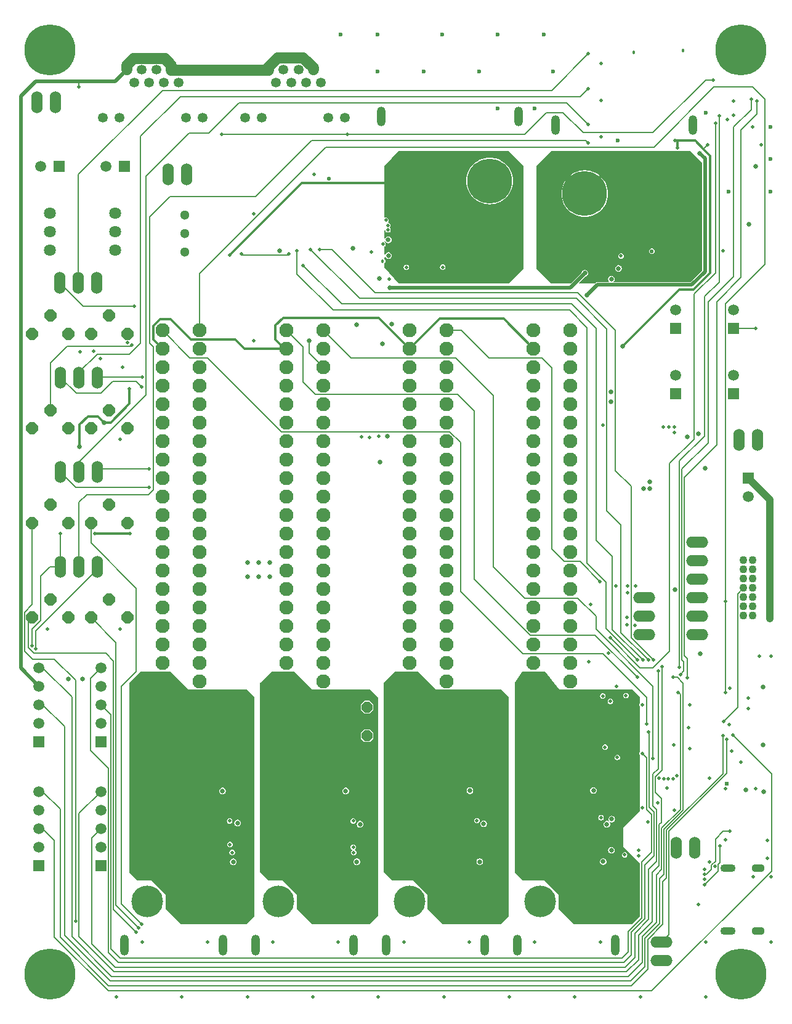
<source format=gbr>
%TF.GenerationSoftware,KiCad,Pcbnew,7.0.1*%
%TF.CreationDate,2023-03-31T00:04:02+09:00*%
%TF.ProjectId,(Eagle)PowerUnit-Bseries(ver2.0),28456167-6c65-4295-906f-776572556e69,rev?*%
%TF.SameCoordinates,Original*%
%TF.FileFunction,Copper,L2,Inr*%
%TF.FilePolarity,Positive*%
%FSLAX46Y46*%
G04 Gerber Fmt 4.6, Leading zero omitted, Abs format (unit mm)*
G04 Created by KiCad (PCBNEW 7.0.1) date 2023-03-31 00:04:02*
%MOMM*%
%LPD*%
G01*
G04 APERTURE LIST*
G04 Aperture macros list*
%AMOutline5P*
0 Free polygon, 5 corners , with rotation*
0 The origin of the aperture is its center*
0 number of corners: always 5*
0 $1 to $10 corner X, Y*
0 $11 Rotation angle, in degrees counterclockwise*
0 create outline with 5 corners*
4,1,5,$1,$2,$3,$4,$5,$6,$7,$8,$9,$10,$1,$2,$11*%
%AMOutline6P*
0 Free polygon, 6 corners , with rotation*
0 The origin of the aperture is its center*
0 number of corners: always 6*
0 $1 to $12 corner X, Y*
0 $13 Rotation angle, in degrees counterclockwise*
0 create outline with 6 corners*
4,1,6,$1,$2,$3,$4,$5,$6,$7,$8,$9,$10,$11,$12,$1,$2,$13*%
%AMOutline7P*
0 Free polygon, 7 corners , with rotation*
0 The origin of the aperture is its center*
0 number of corners: always 7*
0 $1 to $14 corner X, Y*
0 $15 Rotation angle, in degrees counterclockwise*
0 create outline with 7 corners*
4,1,7,$1,$2,$3,$4,$5,$6,$7,$8,$9,$10,$11,$12,$13,$14,$1,$2,$15*%
%AMOutline8P*
0 Free polygon, 8 corners , with rotation*
0 The origin of the aperture is its center*
0 number of corners: always 8*
0 $1 to $16 corner X, Y*
0 $17 Rotation angle, in degrees counterclockwise*
0 create outline with 8 corners*
4,1,8,$1,$2,$3,$4,$5,$6,$7,$8,$9,$10,$11,$12,$13,$14,$15,$16,$1,$2,$17*%
G04 Aperture macros list end*
%TA.AperFunction,ComponentPad*%
%ADD10R,1.500000X1.500000*%
%TD*%
%TA.AperFunction,ComponentPad*%
%ADD11C,1.500000*%
%TD*%
%TA.AperFunction,ComponentPad*%
%ADD12Outline8P,-0.825000X0.341726X-0.341726X0.825000X0.341726X0.825000X0.825000X0.341726X0.825000X-0.341726X0.341726X-0.825000X-0.341726X-0.825000X-0.825000X-0.341726X0.000000*%
%TD*%
%TA.AperFunction,ComponentPad*%
%ADD13C,4.350000*%
%TD*%
%TA.AperFunction,ComponentPad*%
%ADD14O,1.200000X2.850000*%
%TD*%
%TA.AperFunction,ComponentPad*%
%ADD15C,7.010400*%
%TD*%
%TA.AperFunction,ComponentPad*%
%ADD16O,1.524000X3.048000*%
%TD*%
%TA.AperFunction,ComponentPad*%
%ADD17C,1.350000*%
%TD*%
%TA.AperFunction,ComponentPad*%
%ADD18O,2.100000X1.100000*%
%TD*%
%TA.AperFunction,ComponentPad*%
%ADD19O,1.800000X1.100000*%
%TD*%
%TA.AperFunction,ComponentPad*%
%ADD20O,3.048000X1.524000*%
%TD*%
%TA.AperFunction,ComponentPad*%
%ADD21C,6.150000*%
%TD*%
%TA.AperFunction,ComponentPad*%
%ADD22O,1.200000X2.700000*%
%TD*%
%TA.AperFunction,ComponentPad*%
%ADD23C,1.950000*%
%TD*%
%TA.AperFunction,ComponentPad*%
%ADD24C,1.635000*%
%TD*%
%TA.AperFunction,ComponentPad*%
%ADD25C,1.100000*%
%TD*%
%TA.AperFunction,ComponentPad*%
%ADD26C,2.700000*%
%TD*%
%TA.AperFunction,ComponentPad*%
%ADD27C,1.300000*%
%TD*%
%TA.AperFunction,ComponentPad*%
%ADD28Outline8P,-0.750000X0.310660X-0.310660X0.750000X0.310660X0.750000X0.750000X0.310660X0.750000X-0.310660X0.310660X-0.750000X-0.310660X-0.750000X-0.750000X-0.310660X90.000000*%
%TD*%
%TA.AperFunction,ViaPad*%
%ADD29C,0.502400*%
%TD*%
%TA.AperFunction,ViaPad*%
%ADD30C,0.652400*%
%TD*%
%TA.AperFunction,ViaPad*%
%ADD31C,0.472400*%
%TD*%
%TA.AperFunction,ViaPad*%
%ADD32C,0.462400*%
%TD*%
%TA.AperFunction,ViaPad*%
%ADD33C,0.482400*%
%TD*%
%TA.AperFunction,ViaPad*%
%ADD34C,0.457200*%
%TD*%
%TA.AperFunction,ViaPad*%
%ADD35C,0.600000*%
%TD*%
%TA.AperFunction,ViaPad*%
%ADD36C,0.552400*%
%TD*%
%TA.AperFunction,ViaPad*%
%ADD37C,1.152400*%
%TD*%
%TA.AperFunction,ViaPad*%
%ADD38C,0.602400*%
%TD*%
%TA.AperFunction,Conductor*%
%ADD39C,0.200000*%
%TD*%
%TA.AperFunction,Conductor*%
%ADD40C,0.300000*%
%TD*%
%TA.AperFunction,Conductor*%
%ADD41C,1.500000*%
%TD*%
%TA.AperFunction,Conductor*%
%ADD42C,0.500000*%
%TD*%
%TA.AperFunction,Conductor*%
%ADD43C,1.000000*%
%TD*%
G04 APERTURE END LIST*
D10*
%TO.N,SGND*%
%TO.C,SPOW*%
X197001100Y-100383600D03*
D11*
%TO.N,N$37*%
X197001100Y-102923600D03*
%TD*%
D12*
%TO.N,CS3_REF1*%
%TO.C,TP5*%
X101051100Y-104003600D03*
X98551100Y-106503600D03*
%TO.N,N$82*%
X103551100Y-106503600D03*
%TD*%
%TO.N,CS1_REF1*%
%TO.C,TP1*%
X101051100Y-78003600D03*
X98551100Y-80503600D03*
%TO.N,N$13*%
X103551100Y-80503600D03*
%TD*%
D10*
%TO.N,SGND*%
%TO.C,Encoder4*%
X108001100Y-153583600D03*
D11*
%TO.N,N/C*%
X108001100Y-151043600D03*
%TO.N,ENC4_A*%
X108001100Y-148503600D03*
%TO.N,+5V*%
X108001100Y-145963600D03*
%TO.N,ENC4_B*%
X108001100Y-143423600D03*
%TD*%
D13*
%TO.N,N$4*%
%TO.C,Motor1*%
X121601100Y-158503600D03*
%TO.N,IP1*%
X114401100Y-158503600D03*
D14*
%TO.N,N/C*%
X124751100Y-164503600D03*
X111251100Y-164503600D03*
%TD*%
D15*
%TO.N,PGND*%
%TO.C,H1*%
X101001100Y-41503600D03*
%TD*%
D10*
%TO.N,N$21*%
%TO.C,Emergency1*%
X102271100Y-57503600D03*
D11*
%TO.N,N$19*%
X99731100Y-57503600D03*
%TD*%
D12*
%TO.N,CS3_REF2*%
%TO.C,TP6*%
X109151100Y-104003600D03*
X106651100Y-106503600D03*
%TO.N,N$98*%
X111651100Y-106503600D03*
%TD*%
D16*
%TO.N,CS4_OCD2*%
%TO.C,JP10*%
X107541100Y-112503600D03*
%TO.N,N$114*%
X105001100Y-112503600D03*
%TO.N,CS4_OCD1*%
X102461100Y-112503600D03*
%TD*%
D17*
%TO.N,+5V*%
%TO.C,RJ45_1*%
X111581100Y-44243600D03*
%TO.N,SGND*%
X112601100Y-46023600D03*
%TO.N,CAN_L*%
X113621100Y-44243600D03*
X114641100Y-46023600D03*
%TO.N,CAN_H*%
X115661100Y-44243600D03*
X116681100Y-46023600D03*
%TO.N,+5V*%
X117701100Y-44243600D03*
%TO.N,SGND*%
X118721100Y-46023600D03*
%TO.N,N$69*%
X122011100Y-50843600D03*
%TO.N,N$71*%
X119721100Y-50843600D03*
%TO.N,N$51*%
X110581100Y-50843600D03*
%TO.N,SGND*%
X108291100Y-50843600D03*
%TD*%
D12*
%TO.N,CS4_REF1*%
%TO.C,TP7*%
X101051100Y-117003600D03*
X98551100Y-119503600D03*
%TO.N,N$100*%
X103551100Y-119503600D03*
%TD*%
D18*
%TO.N,SGND*%
%TO.C,USB1*%
X194171100Y-162563600D03*
D19*
X198351100Y-162563600D03*
X198351100Y-153923600D03*
D18*
X194171100Y-153923600D03*
%TD*%
D20*
%TO.N,BOOT0*%
%TO.C,BOOTMODE*%
X185061100Y-164093600D03*
%TO.N,+3V3*%
X185061100Y-166633600D03*
%TD*%
D16*
%TO.N,CS2_OCD2*%
%TO.C,JP1*%
X107541100Y-86503600D03*
%TO.N,N$83*%
X105001100Y-86503600D03*
%TO.N,CS2_OCD1*%
X102461100Y-86503600D03*
%TD*%
D12*
%TO.N,CS4_REF2*%
%TO.C,TP8*%
X109151100Y-117003600D03*
X106651100Y-119503600D03*
%TO.N,N$101*%
X111651100Y-119503600D03*
%TD*%
D16*
%TO.N,SGND*%
%TO.C,JP7*%
X119821100Y-58583600D03*
%TO.N,N$68*%
X117281100Y-58583600D03*
%TD*%
D21*
%TO.N,N$25*%
%TO.C,BATTERY*%
X185421100Y-61253600D03*
%TO.N,PGND*%
X174521100Y-61253600D03*
D22*
%TO.N,N/C*%
X170521100Y-51853600D03*
X189421100Y-51853600D03*
%TD*%
D13*
%TO.N,N$10*%
%TO.C,CON4*%
X175601100Y-158503600D03*
%TO.N,IP4*%
X168401100Y-158503600D03*
D14*
%TO.N,N/C*%
X178751100Y-164503600D03*
X165251100Y-164503600D03*
%TD*%
D10*
%TO.N,SGND*%
%TO.C,Encoder3*%
X99500000Y-153583600D03*
D11*
%TO.N,N/C*%
X99500000Y-151043600D03*
%TO.N,ENC3_A*%
X99500000Y-148503600D03*
%TO.N,+5V*%
X99500000Y-145963600D03*
%TO.N,ENC3_B*%
X99500000Y-143423600D03*
%TD*%
D23*
%TO.N,N$6*%
%TO.C,EDGE3*%
X155541100Y-140983600D03*
X155541100Y-138443600D03*
X155541100Y-135903600D03*
X155541100Y-133363600D03*
X155541100Y-130823600D03*
%TO.N,IN3*%
X155541100Y-128283600D03*
X155541100Y-125743600D03*
X155541100Y-123203600D03*
X155541100Y-120663600D03*
X155541100Y-118123600D03*
X155541100Y-115583600D03*
%TO.N,N$111*%
X155541100Y-113043600D03*
X155541100Y-110503600D03*
X155541100Y-107963600D03*
X155541100Y-105423600D03*
X155541100Y-102883600D03*
X155541100Y-100343600D03*
X155541100Y-97803600D03*
X155541100Y-95263600D03*
X155541100Y-92723600D03*
X155541100Y-90183600D03*
X155541100Y-87643600D03*
X155541100Y-85103600D03*
%TO.N,SGND*%
X155541100Y-82563600D03*
%TO.N,PWM3*%
X155541100Y-80023600D03*
%TO.N,DIR3*%
X150461100Y-80023600D03*
%TO.N,+3V3*%
X150461100Y-82563600D03*
%TO.N,PGND*%
X150461100Y-85103600D03*
X150461100Y-87643600D03*
X150461100Y-90183600D03*
X150461100Y-92723600D03*
X150461100Y-95263600D03*
X150461100Y-97803600D03*
X150461100Y-100343600D03*
X150461100Y-102883600D03*
X150461100Y-105423600D03*
X150461100Y-107963600D03*
X150461100Y-110503600D03*
X150461100Y-113043600D03*
%TO.N,IN3*%
X150461100Y-115583600D03*
X150461100Y-118123600D03*
X150461100Y-120663600D03*
X150461100Y-123203600D03*
X150461100Y-125743600D03*
%TO.N,N$6*%
X150461100Y-128283600D03*
X150461100Y-130823600D03*
X150461100Y-133363600D03*
X150461100Y-135903600D03*
X150461100Y-138443600D03*
X150461100Y-140983600D03*
%TD*%
D10*
%TO.N,SGND*%
%TO.C,Encoder2*%
X108001100Y-136583600D03*
D11*
%TO.N,N/C*%
X108001100Y-134043600D03*
%TO.N,ENC2_A*%
X108001100Y-131503600D03*
%TO.N,+5V*%
X108001100Y-128963600D03*
%TO.N,ENC2_B*%
X108001100Y-126423600D03*
%TD*%
D23*
%TO.N,N$4*%
%TO.C,EDGE1*%
X121541100Y-140983600D03*
X121541100Y-138443600D03*
X121541100Y-135903600D03*
X121541100Y-133363600D03*
X121541100Y-130823600D03*
%TO.N,IN1*%
X121541100Y-128283600D03*
X121541100Y-125743600D03*
X121541100Y-123203600D03*
X121541100Y-120663600D03*
X121541100Y-118123600D03*
X121541100Y-115583600D03*
%TO.N,N$111*%
X121541100Y-113043600D03*
X121541100Y-110503600D03*
X121541100Y-107963600D03*
X121541100Y-105423600D03*
X121541100Y-102883600D03*
X121541100Y-100343600D03*
X121541100Y-97803600D03*
X121541100Y-95263600D03*
X121541100Y-92723600D03*
X121541100Y-90183600D03*
X121541100Y-87643600D03*
X121541100Y-85103600D03*
%TO.N,SGND*%
X121541100Y-82563600D03*
%TO.N,PWM1*%
X121541100Y-80023600D03*
%TO.N,DIR1*%
X116461100Y-80023600D03*
%TO.N,+3V3*%
X116461100Y-82563600D03*
%TO.N,PGND*%
X116461100Y-85103600D03*
X116461100Y-87643600D03*
X116461100Y-90183600D03*
X116461100Y-92723600D03*
X116461100Y-95263600D03*
X116461100Y-97803600D03*
X116461100Y-100343600D03*
X116461100Y-102883600D03*
X116461100Y-105423600D03*
X116461100Y-107963600D03*
X116461100Y-110503600D03*
X116461100Y-113043600D03*
%TO.N,IN1*%
X116461100Y-115583600D03*
X116461100Y-118123600D03*
X116461100Y-120663600D03*
X116461100Y-123203600D03*
X116461100Y-125743600D03*
%TO.N,N$4*%
X116461100Y-128283600D03*
X116461100Y-130823600D03*
X116461100Y-133363600D03*
X116461100Y-135903600D03*
X116461100Y-138443600D03*
X116461100Y-140983600D03*
%TD*%
D15*
%TO.N,SGND*%
%TO.C,H3*%
X196001100Y-168503600D03*
%TD*%
D10*
%TO.N,SGND*%
%TO.C,Encoder1*%
X99500000Y-136583600D03*
D11*
%TO.N,N/C*%
X99500000Y-134043600D03*
%TO.N,ENC1_A*%
X99500000Y-131503600D03*
%TO.N,+5V*%
X99500000Y-128963600D03*
%TO.N,ENC1_B*%
X99500000Y-126423600D03*
%TD*%
D24*
%TO.N,N$19*%
%TO.C,SW4*%
X101001100Y-63963600D03*
%TO.N,N$21*%
X101001100Y-66503600D03*
%TO.N,N/C*%
X101001100Y-69043600D03*
%TD*%
D10*
%TO.N,N$19*%
%TO.C,INV_SW2*%
X111271100Y-57503600D03*
D11*
%TO.N,PGND*%
X108731100Y-57503600D03*
%TD*%
D23*
%TO.N,N$5*%
%TO.C,EDGE2*%
X138541100Y-140983600D03*
X138541100Y-138443600D03*
X138541100Y-135903600D03*
X138541100Y-133363600D03*
X138541100Y-130823600D03*
%TO.N,IN2*%
X138541100Y-128283600D03*
X138541100Y-125743600D03*
X138541100Y-123203600D03*
X138541100Y-120663600D03*
X138541100Y-118123600D03*
X138541100Y-115583600D03*
%TO.N,N$111*%
X138541100Y-113043600D03*
X138541100Y-110503600D03*
X138541100Y-107963600D03*
X138541100Y-105423600D03*
X138541100Y-102883600D03*
X138541100Y-100343600D03*
X138541100Y-97803600D03*
X138541100Y-95263600D03*
X138541100Y-92723600D03*
X138541100Y-90183600D03*
X138541100Y-87643600D03*
X138541100Y-85103600D03*
%TO.N,SGND*%
X138541100Y-82563600D03*
%TO.N,PWM2*%
X138541100Y-80023600D03*
%TO.N,DIR2*%
X133461100Y-80023600D03*
%TO.N,+3V3*%
X133461100Y-82563600D03*
%TO.N,PGND*%
X133461100Y-85103600D03*
X133461100Y-87643600D03*
X133461100Y-90183600D03*
X133461100Y-92723600D03*
X133461100Y-95263600D03*
X133461100Y-97803600D03*
X133461100Y-100343600D03*
X133461100Y-102883600D03*
X133461100Y-105423600D03*
X133461100Y-107963600D03*
X133461100Y-110503600D03*
X133461100Y-113043600D03*
%TO.N,IN2*%
X133461100Y-115583600D03*
X133461100Y-118123600D03*
X133461100Y-120663600D03*
X133461100Y-123203600D03*
X133461100Y-125743600D03*
%TO.N,N$5*%
X133461100Y-128283600D03*
X133461100Y-130823600D03*
X133461100Y-133363600D03*
X133461100Y-135903600D03*
X133461100Y-138443600D03*
X133461100Y-140983600D03*
%TD*%
D13*
%TO.N,N$6*%
%TO.C,Motor3*%
X157601100Y-158503600D03*
%TO.N,IP3*%
X150401100Y-158503600D03*
D14*
%TO.N,N/C*%
X160751100Y-164503600D03*
X147251100Y-164503600D03*
%TD*%
D16*
%TO.N,VCC*%
%TO.C,SPOW*%
X198271100Y-95053600D03*
%TO.N,N$35*%
X195731100Y-95053600D03*
%TD*%
D21*
%TO.N,VCC*%
%TO.C,THRU*%
X150551100Y-59503600D03*
%TO.N,PGND*%
X161451100Y-59503600D03*
D22*
%TO.N,N/C*%
X146551100Y-50603600D03*
X165451100Y-50603600D03*
%TD*%
D25*
%TO.N,N/C*%
%TO.C,ML1*%
X197636100Y-119263600D03*
X196366100Y-119263600D03*
%TO.N,+3V3*%
X197636100Y-117993600D03*
%TO.N,SWDIO*%
X196366100Y-117993600D03*
%TO.N,SGND*%
X197636100Y-116723600D03*
%TO.N,SWCLK*%
X196366100Y-116723600D03*
%TO.N,SGND*%
X197636100Y-115453600D03*
%TO.N,SWO*%
X196366100Y-115453600D03*
%TO.N,N/C*%
X197636100Y-114183600D03*
%TO.N,N$67*%
X196366100Y-114183600D03*
%TO.N,SGND*%
X197636100Y-112913600D03*
%TO.N,NRST*%
X196366100Y-112913600D03*
%TO.N,N$64*%
X197636100Y-111643600D03*
%TO.N,N$66*%
X196366100Y-111643600D03*
%TD*%
D16*
%TO.N,CS1_OCD2*%
%TO.C,JP8*%
X107461100Y-73503600D03*
%TO.N,N$9*%
X104921100Y-73503600D03*
%TO.N,CS1_OCD1*%
X102381100Y-73503600D03*
%TD*%
%TO.N,SGND*%
%TO.C,GND*%
X101771100Y-48713600D03*
%TO.N,PGND*%
X99231100Y-48713600D03*
%TD*%
D12*
%TO.N,CS2_REF1*%
%TO.C,TP3*%
X101051100Y-91003600D03*
X98551100Y-93503600D03*
%TO.N,N$79*%
X103551100Y-93503600D03*
%TD*%
D10*
%TO.N,N$21*%
%TO.C,CTRL2*%
X195001100Y-88773600D03*
D11*
%TO.N,VCC*%
X195001100Y-86233600D03*
%TD*%
D17*
%TO.N,+5V*%
%TO.C,RJ45_2*%
X131081100Y-44243600D03*
%TO.N,SGND*%
X132101100Y-46023600D03*
%TO.N,CAN_L*%
X133121100Y-44243600D03*
X134141100Y-46023600D03*
%TO.N,CAN_H*%
X135161100Y-44243600D03*
X136181100Y-46023600D03*
%TO.N,+5V*%
X137201100Y-44243600D03*
%TO.N,SGND*%
X138221100Y-46023600D03*
%TO.N,N$70*%
X141511100Y-50843600D03*
%TO.N,N$72*%
X139221100Y-50843600D03*
%TO.N,N$53*%
X130081100Y-50843600D03*
%TO.N,SGND*%
X127791100Y-50843600D03*
%TD*%
D16*
%TO.N,USART_RX*%
%TO.C,ECHO*%
X189651100Y-151103600D03*
%TO.N,USART_TX*%
X187111100Y-151103600D03*
%TD*%
D10*
%TO.N,N$21*%
%TO.C,THRU2*%
X187001100Y-88773600D03*
D11*
%TO.N,VCC*%
X187001100Y-86233600D03*
%TD*%
D12*
%TO.N,CS1_REF2*%
%TO.C,TP2*%
X109151100Y-78003600D03*
X106651100Y-80503600D03*
%TO.N,N$2*%
X111651100Y-80503600D03*
%TD*%
D16*
%TO.N,CS3_OCD2*%
%TO.C,JP9*%
X107541100Y-99503600D03*
%TO.N,N$87*%
X105001100Y-99503600D03*
%TO.N,CS3_OCD1*%
X102461100Y-99503600D03*
%TD*%
D12*
%TO.N,CS2_REF2*%
%TO.C,TP4*%
X109151100Y-91003600D03*
X106651100Y-93503600D03*
%TO.N,N$80*%
X111651100Y-93503600D03*
%TD*%
D20*
%TO.N,+3V3*%
%TO.C,JP11*%
X190001100Y-121853600D03*
%TO.N,SWCLK*%
X190001100Y-119313600D03*
%TO.N,SGND*%
X190001100Y-116773600D03*
%TO.N,SWDIO*%
X190001100Y-114233600D03*
%TO.N,NRST*%
X190001100Y-111693600D03*
%TO.N,SWO*%
X190001100Y-109153600D03*
%TD*%
D10*
%TO.N,N$21*%
%TO.C,THRU1*%
X187001100Y-79773600D03*
D11*
%TO.N,VCC*%
X187001100Y-77233600D03*
%TD*%
D20*
%TO.N,U5V*%
%TO.C,JP6*%
X182701100Y-121843600D03*
%TO.N,N$20*%
X182701100Y-119303600D03*
%TO.N,E5V*%
X182701100Y-116763600D03*
%TD*%
D13*
%TO.N,N$5*%
%TO.C,MOTER*%
X139601100Y-158503600D03*
%TO.N,IP2*%
X132401100Y-158503600D03*
D14*
%TO.N,N/C*%
X142751100Y-164503600D03*
X129251100Y-164503600D03*
%TD*%
D26*
%TO.N,VCC*%
%TO.C,FUSE1*%
X161041100Y-67803600D03*
X161041100Y-71203600D03*
%TO.N,N$25*%
X170961100Y-67803600D03*
X170961100Y-71203600D03*
%TD*%
D27*
%TO.N,CAN_L*%
%TO.C,SW1*%
X119501100Y-66703600D03*
%TO.N,N/C*%
X119501100Y-69243600D03*
%TO.N,N$23*%
X119501100Y-64163600D03*
%TD*%
D23*
%TO.N,N$10*%
%TO.C,EDGE4*%
X172541100Y-140983600D03*
X172541100Y-138443600D03*
X172541100Y-135903600D03*
X172541100Y-133363600D03*
X172541100Y-130823600D03*
%TO.N,IN4*%
X172541100Y-128283600D03*
X172541100Y-125743600D03*
X172541100Y-123203600D03*
X172541100Y-120663600D03*
X172541100Y-118123600D03*
X172541100Y-115583600D03*
%TO.N,N$111*%
X172541100Y-113043600D03*
X172541100Y-110503600D03*
X172541100Y-107963600D03*
X172541100Y-105423600D03*
X172541100Y-102883600D03*
X172541100Y-100343600D03*
X172541100Y-97803600D03*
X172541100Y-95263600D03*
X172541100Y-92723600D03*
X172541100Y-90183600D03*
X172541100Y-87643600D03*
X172541100Y-85103600D03*
%TO.N,SGND*%
X172541100Y-82563600D03*
%TO.N,PWM4*%
X172541100Y-80023600D03*
%TO.N,DIR4*%
X167461100Y-80023600D03*
%TO.N,+3V3*%
X167461100Y-82563600D03*
%TO.N,PGND*%
X167461100Y-85103600D03*
X167461100Y-87643600D03*
X167461100Y-90183600D03*
X167461100Y-92723600D03*
X167461100Y-95263600D03*
X167461100Y-97803600D03*
X167461100Y-100343600D03*
X167461100Y-102883600D03*
X167461100Y-105423600D03*
X167461100Y-107963600D03*
X167461100Y-110503600D03*
X167461100Y-113043600D03*
%TO.N,IN4*%
X167461100Y-115583600D03*
X167461100Y-118123600D03*
X167461100Y-120663600D03*
X167461100Y-123203600D03*
X167461100Y-125743600D03*
%TO.N,N$10*%
X167461100Y-128283600D03*
X167461100Y-130823600D03*
X167461100Y-133363600D03*
X167461100Y-135903600D03*
X167461100Y-138443600D03*
X167461100Y-140983600D03*
%TD*%
D24*
%TO.N,PGND*%
%TO.C,SW5*%
X110001100Y-63963600D03*
%TO.N,N$19*%
X110001100Y-66503600D03*
%TO.N,N/C*%
X110001100Y-69043600D03*
%TD*%
D10*
%TO.N,N$21*%
%TO.C,CTRL1*%
X195001100Y-79773600D03*
D11*
%TO.N,VCC*%
X195001100Y-77233600D03*
%TD*%
D28*
%TO.N,N$11*%
%TO.C,R3*%
X144601100Y-135743600D03*
%TO.N,N$111*%
X144601100Y-131806600D03*
%TD*%
D15*
%TO.N,PGND*%
%TO.C,H2*%
X196001100Y-41503600D03*
%TD*%
%TO.N,SGND*%
%TO.C,H4*%
X101001100Y-168503600D03*
%TD*%
D29*
%TO.N,PWM1*%
X193901100Y-129803600D03*
X193901100Y-117253600D03*
%TO.N,PWM2*%
X183901100Y-138843100D03*
%TO.N,PWM3*%
X176601600Y-114551838D03*
%TO.N,DIR2*%
X181751100Y-127703600D03*
%TO.N,DIR1*%
X183030600Y-134153600D03*
D30*
%TO.N,VCC*%
X142671100Y-68743600D03*
X147361100Y-94563600D03*
D29*
X125740100Y-69687600D03*
D31*
%TO.N,U5V*%
X181440600Y-120583600D03*
X180329600Y-119473838D03*
D29*
%TO.N,USART_RX*%
X200151100Y-124803600D03*
X198501100Y-124803600D03*
%TO.N,+3V3*%
X191638100Y-141610600D03*
X180181100Y-130223600D03*
X177301100Y-137313600D03*
D32*
X111927100Y-88039600D03*
D30*
X108477100Y-92694600D03*
D29*
X112011100Y-107980600D03*
X194473100Y-148877600D03*
D30*
X178226100Y-147204963D03*
D29*
X184516600Y-144979938D03*
X176791100Y-48474600D03*
X190993100Y-154755600D03*
X176795100Y-43381600D03*
X177751100Y-124423600D03*
D30*
X179741600Y-82251600D03*
D29*
X187261100Y-54970100D03*
X191391100Y-54560600D03*
D30*
X105048100Y-95999600D03*
D29*
X105134353Y-83000347D03*
D32*
X111660600Y-81758100D03*
D29*
X107201100Y-107973600D03*
X178041518Y-131033182D03*
D30*
X178149100Y-88503600D03*
X178149100Y-89860600D03*
D29*
X186892600Y-53981600D03*
X176791100Y-53453600D03*
D30*
X132533750Y-69081600D03*
D29*
%TO.N,N$33*%
X191001100Y-156253600D03*
X193101600Y-150890863D03*
%TO.N,N$40*%
X185351100Y-93353600D03*
X186851100Y-93353600D03*
X186101100Y-93353600D03*
X186851100Y-94103600D03*
D30*
%TO.N,E5V*%
X188609606Y-94661600D03*
D29*
%TO.N,+5V*%
X105001100Y-46583600D03*
X177040600Y-93023600D03*
D30*
X105501100Y-127933600D03*
X103491100Y-127933600D03*
D29*
%TO.N,CS1_REF1*%
X125755100Y-150693100D03*
X107001100Y-82873600D03*
%TO.N,CS1_REF2*%
X107901100Y-83953600D03*
X126051100Y-151803600D03*
%TO.N,CURRENT1*%
X186696100Y-141650600D03*
%TO.N,N$1*%
X125701100Y-147453600D03*
%TO.N,CS1_OCD1*%
X112611100Y-76693600D03*
%TO.N,CS2_OCD1*%
X113611600Y-87793938D03*
%TO.N,CS2_OCD2*%
X113689100Y-86498600D03*
%TO.N,CS3_OCD1*%
X114601100Y-101613600D03*
%TO.N,CS3_OCD2*%
X114601100Y-99093600D03*
%TO.N,CS4_OCD1*%
X102416100Y-108006600D03*
X98532100Y-123401600D03*
%TO.N,CS4_OCD2*%
X99057100Y-123793600D03*
%TO.N,N$81*%
X142711600Y-147453600D03*
%TO.N,N$99*%
X159701100Y-147403600D03*
%TO.N,N$102*%
X176761600Y-147003600D03*
%TO.N,CS2_REF2*%
X110998100Y-85114600D03*
X142758100Y-151788600D03*
%TO.N,CS2_REF1*%
X142698600Y-151053100D03*
D32*
X112290100Y-82037600D03*
D29*
%TO.N,CURRENT2*%
X186032100Y-141662600D03*
%TO.N,CS3_REF2*%
X113641100Y-161683600D03*
%TO.N,CS3_REF1*%
X104511600Y-161185600D03*
%TO.N,CURRENT3*%
X185377100Y-141628600D03*
%TO.N,CS4_REF2*%
X113219862Y-162183100D03*
%TO.N,CS4_REF1*%
X112841100Y-162720600D03*
%TO.N,CURRENT4*%
X184724100Y-141596600D03*
%TO.N,SHUTDOWN*%
X198811600Y-54503600D03*
X145211600Y-69274100D03*
X175301100Y-117743600D03*
X146784568Y-68204100D03*
X133831100Y-69553600D03*
X127321100Y-69553600D03*
%TO.N,CS*%
X181801100Y-125363600D03*
X134951100Y-69073600D03*
%TO.N,SCK*%
X135801100Y-71103600D03*
X182501100Y-125363600D03*
%TO.N,MISO*%
X183251100Y-125363600D03*
X136841100Y-68913600D03*
D33*
%TO.N,MOSI*%
X138110100Y-68944600D03*
D29*
X183951100Y-125363600D03*
%TO.N,BOOT0*%
X194051100Y-136263600D03*
%TO.N,SWO*%
X193601100Y-133753600D03*
D32*
%TO.N,NRST*%
X187186600Y-141263600D03*
D29*
%TO.N,DIP_SW4*%
X194501100Y-129203600D03*
%TO.N,DIP_SW3*%
X197001100Y-130553600D03*
%TO.N,ENC1_B*%
X187351100Y-129803600D03*
%TO.N,ENC1_A*%
X186651100Y-127703600D03*
%TO.N,ENC3_B*%
X193543862Y-135753100D03*
%TO.N,ENC3_A*%
X194851100Y-135693100D03*
%TO.N,ENC2_B*%
X183264968Y-135214100D03*
%TO.N,ENC2_A*%
X182401100Y-138153600D03*
%TO.N,ENC4_B*%
X185151100Y-126253600D03*
%TO.N,ENC4_A*%
X184630600Y-126803600D03*
%TO.N,DIP_SW1*%
X194401100Y-134203600D03*
%TO.N,DIP_SW2*%
X197001100Y-132003600D03*
%TO.N,ALIVE_LED*%
X198201100Y-48503600D03*
X188651100Y-127753600D03*
%TO.N,COM_LED*%
X141901100Y-53103600D03*
X124651100Y-53103600D03*
X187541100Y-126324100D03*
X193001100Y-50553600D03*
X192145100Y-45638600D03*
%TO.N,N$58*%
X195001100Y-48503600D03*
%TO.N,N$59*%
X195001100Y-50503600D03*
%TO.N,DEBUG_LED*%
X187651100Y-127353600D03*
X197401100Y-48253600D03*
%TO.N,N$60*%
X197622100Y-52126600D03*
%TO.N,DEBUG_BT*%
X188751100Y-134653600D03*
%TO.N,N$21*%
X198031100Y-79773600D03*
%TO.N,N$16*%
X193511100Y-69138600D03*
%TO.N,EMERGENCY*%
X147601100Y-73003600D03*
D30*
X178192100Y-72996600D03*
D29*
%TO.N,N$22*%
X144951100Y-94753600D03*
%TO.N,N$107*%
X146201100Y-94553600D03*
D30*
%TO.N,5V1*%
X147724353Y-74190347D03*
X146401100Y-98103600D03*
X146671100Y-81903600D03*
X174531100Y-72191600D03*
%TO.N,N$111*%
X136611100Y-81503600D03*
X147551100Y-69763600D03*
D29*
%TO.N,DISABLE*%
X192476100Y-51552600D03*
X178001100Y-122303600D03*
D34*
%TO.N,N$97*%
X188001100Y-41553600D03*
X181272875Y-41825375D03*
D29*
%TO.N,N$9*%
X175001100Y-42014100D03*
%TO.N,N$83*%
X175001100Y-46803600D03*
%TO.N,N$87*%
X175001100Y-51753600D03*
%TO.N,N$114*%
X175001100Y-54303600D03*
D35*
%TO.N,PGND*%
X194310000Y-60960000D03*
X146050000Y-44450000D03*
X162560000Y-39370000D03*
X160020000Y-44450000D03*
D36*
X183751100Y-69153600D03*
D37*
X102805493Y-39689207D03*
D35*
X170180000Y-44450000D03*
X200025000Y-56515000D03*
D37*
X197805493Y-39689207D03*
D30*
X129701100Y-113903600D03*
D37*
X198552900Y-41493600D03*
D30*
X129701100Y-111903600D03*
D37*
X102805493Y-43297994D03*
D35*
X191135000Y-50165000D03*
D37*
X194196706Y-39689207D03*
X197805493Y-43297994D03*
X196001100Y-44045400D03*
D34*
X146751100Y-70503600D03*
D30*
X143162100Y-79276600D03*
D35*
X179070000Y-53975000D03*
D37*
X101001100Y-44045400D03*
D30*
X197101100Y-65503600D03*
D35*
X140970000Y-39370000D03*
D37*
X99196706Y-43297994D03*
D35*
X162560000Y-49530000D03*
X146050000Y-39370000D03*
X200025000Y-60960000D03*
D30*
X148020100Y-79143600D03*
D29*
X143851100Y-94703600D03*
D37*
X101001100Y-38941800D03*
D35*
X200025000Y-52070000D03*
D30*
X128201100Y-111903600D03*
D37*
X99196706Y-39689207D03*
X98449300Y-41493600D03*
D30*
X146301100Y-72951600D03*
D37*
X103552900Y-41493600D03*
D29*
X155001100Y-71363600D03*
D37*
X194196706Y-43297994D03*
D35*
X167640000Y-49530000D03*
D29*
X150001100Y-71373600D03*
D30*
X131201100Y-113903600D03*
D35*
X154940000Y-39370000D03*
D30*
X147501100Y-67593600D03*
D35*
X152400000Y-44450000D03*
D30*
X131201100Y-111903600D03*
D37*
X193449300Y-41493600D03*
D29*
X179507100Y-69811600D03*
D35*
X168910000Y-39370000D03*
D30*
X128201100Y-113903600D03*
X179157100Y-71525600D03*
D37*
X196001100Y-38941800D03*
D29*
%TO.N,SGND*%
X180327600Y-120503600D03*
X113651100Y-164103600D03*
X140651100Y-164103600D03*
D30*
X199948100Y-117687600D03*
D29*
X180401100Y-116103600D03*
D32*
X186727600Y-137008100D03*
D29*
X100651100Y-121103600D03*
X110651100Y-121103600D03*
X194679100Y-137846600D03*
D30*
X191062100Y-99003600D03*
X177571100Y-147903600D03*
D29*
X146151100Y-171603600D03*
X180001100Y-152103600D03*
X131651100Y-164103600D03*
X175060100Y-125611600D03*
D37*
X198552900Y-168493600D03*
D29*
X128999100Y-64013600D03*
D37*
X194196706Y-170297993D03*
D29*
X128151100Y-171603600D03*
D37*
X101001100Y-171045400D03*
D30*
X160621100Y-147833600D03*
D29*
X181971100Y-152241600D03*
X185841100Y-142913600D03*
D37*
X103552900Y-168493600D03*
D30*
X177048100Y-153049600D03*
D29*
X177008100Y-130283600D03*
D30*
X196701100Y-143203600D03*
D29*
X193901100Y-150004600D03*
X178801100Y-115203600D03*
D37*
X193449300Y-168493600D03*
D29*
X191151100Y-171603600D03*
D30*
X178196100Y-151481600D03*
D29*
X186821100Y-146003600D03*
X180401100Y-115203600D03*
D30*
X190331100Y-55703600D03*
X183491100Y-100873600D03*
D29*
X183201100Y-147603600D03*
D30*
X182611100Y-101763600D03*
D38*
X194001100Y-142303600D03*
D29*
X110151100Y-171603600D03*
D30*
X183491100Y-101763600D03*
D37*
X98449300Y-168493600D03*
D30*
X186921600Y-115665600D03*
D29*
X182461100Y-145673600D03*
D30*
X141659181Y-143332519D03*
D36*
X139351100Y-59177100D03*
D30*
X124721418Y-143325282D03*
D37*
X102805493Y-170297993D03*
D29*
X182151100Y-171603600D03*
X191001100Y-154103600D03*
D30*
X158734918Y-143298782D03*
D29*
X200151100Y-164103600D03*
X137316100Y-58586600D03*
D37*
X196001100Y-171045400D03*
X197805493Y-170297993D03*
D29*
X199651100Y-152603600D03*
X197651100Y-155103600D03*
X158651100Y-164103600D03*
D37*
X196001100Y-165941800D03*
D29*
X122651100Y-164103600D03*
D37*
X197805493Y-166689207D03*
X101001100Y-165941800D03*
D30*
X175719100Y-143268600D03*
X160088100Y-153054600D03*
D29*
X147465100Y-66213600D03*
X192416400Y-153706150D03*
D30*
X126209100Y-153058600D03*
D29*
X149651100Y-164103600D03*
X147201100Y-64903600D03*
D30*
X143641100Y-147893600D03*
X190126100Y-94262600D03*
D29*
X167651100Y-164103600D03*
X200151100Y-155103600D03*
X189001100Y-137503600D03*
X199651100Y-150103600D03*
D30*
X190381100Y-124473600D03*
D29*
X191685954Y-153085455D03*
D37*
X194196706Y-166689207D03*
D29*
X182401100Y-131503600D03*
X173151100Y-171603600D03*
X155151100Y-171603600D03*
X189001100Y-131503600D03*
D30*
X174856100Y-75184600D03*
D29*
X190114287Y-158954100D03*
D37*
X102805493Y-166689207D03*
D29*
X179001600Y-138713600D03*
X191001100Y-155503600D03*
X178852100Y-128981600D03*
D30*
X198001100Y-57503600D03*
D29*
X193901100Y-143012600D03*
D30*
X199012100Y-129007600D03*
D29*
X147451100Y-65603600D03*
D30*
X126801100Y-147733600D03*
D29*
X137151100Y-171603600D03*
X181971100Y-151500000D03*
X164151100Y-171603600D03*
D37*
X99196706Y-170297993D03*
D29*
X119151100Y-171603600D03*
D30*
X199948100Y-119687600D03*
D29*
X181501100Y-115203600D03*
X110641100Y-95033600D03*
D30*
X199005100Y-137000600D03*
X199948100Y-118687600D03*
D29*
X195994100Y-139398600D03*
X176651100Y-164103600D03*
D30*
X143183100Y-153056600D03*
D29*
X191151100Y-164103600D03*
D30*
X199101100Y-143403600D03*
D37*
X99196706Y-166689207D03*
D29*
%TO.N,THERMAL*%
X129001100Y-81453600D03*
%TO.N,N$63*%
X198001100Y-143003600D03*
%TO.N,N$127*%
X194129100Y-51047600D03*
%TD*%
D39*
%TO.N,PWM1*%
X199301100Y-48303600D02*
X199301100Y-71003600D01*
X184011600Y-54893100D02*
X192301100Y-46603600D01*
X197601100Y-46603600D02*
X199301100Y-48303600D01*
X199301100Y-71003600D02*
X193901100Y-76403600D01*
X193901100Y-76403600D02*
X193901100Y-117253600D01*
X121541100Y-72252600D02*
X121541100Y-80023600D01*
X193901100Y-117253600D02*
X193901100Y-129803600D01*
X192301100Y-46603600D02*
X197601100Y-46603600D01*
X138900600Y-54893100D02*
X184011600Y-54893100D01*
X138900600Y-54893100D02*
X121541100Y-72252600D01*
%TO.N,PWM2*%
X161951100Y-112503600D02*
X166273100Y-116825600D01*
X173573100Y-116825600D02*
X176051100Y-119303600D01*
X161951100Y-89003600D02*
X161951100Y-112503600D01*
X156813100Y-83865600D02*
X142403212Y-83865600D01*
X142403212Y-83865600D02*
X138561212Y-80023600D01*
X138561212Y-80023600D02*
X138541100Y-80023600D01*
X156813100Y-83865600D02*
X161951100Y-89003600D01*
X183901100Y-128953600D02*
X176051100Y-121103600D01*
X166273100Y-116825600D02*
X173573100Y-116825600D01*
X176051100Y-119303600D02*
X176051100Y-121103600D01*
X183901100Y-138843100D02*
X183901100Y-128953600D01*
%TO.N,PWM3*%
X170001100Y-110103600D02*
X170001100Y-85193713D01*
X173853362Y-111803600D02*
X171701100Y-111803600D01*
X161349100Y-83801600D02*
X157571100Y-80023600D01*
X168608987Y-83801600D02*
X161349100Y-83801600D01*
X176601600Y-114551838D02*
X173853362Y-111803600D01*
X171701100Y-111803600D02*
X170001100Y-110103600D01*
X157571100Y-80023600D02*
X155541100Y-80023600D01*
X170001100Y-85193713D02*
X168608987Y-83801600D01*
%TO.N,DIR2*%
X135751100Y-87103600D02*
X135751100Y-82303600D01*
X133471100Y-80023600D02*
X133461100Y-80023600D01*
X137501100Y-88853600D02*
X135751100Y-87103600D01*
X181751100Y-127703600D02*
X175951100Y-121903600D01*
X159351100Y-114253488D02*
X159351100Y-91153600D01*
X157051100Y-88853600D02*
X137501100Y-88853600D01*
X159351100Y-91153600D02*
X157051100Y-88853600D01*
X175951100Y-121903600D02*
X167001212Y-121903600D01*
X167001212Y-121903600D02*
X159351100Y-114253488D01*
X135751100Y-82303600D02*
X133471100Y-80023600D01*
%TO.N,DIR1*%
X177001100Y-124503600D02*
X166001100Y-124503600D01*
X183030600Y-134153600D02*
X183001100Y-134124100D01*
X132809100Y-93961600D02*
X122651100Y-83803600D01*
X183001100Y-134124100D02*
X183001100Y-130503600D01*
X122651100Y-83803600D02*
X120241100Y-83803600D01*
X155938987Y-93961600D02*
X132809100Y-93961600D01*
X183001100Y-130503600D02*
X177001100Y-124503600D01*
X157451100Y-115953600D02*
X157451100Y-95473713D01*
X166001100Y-124503600D02*
X157451100Y-115953600D01*
X157451100Y-95473713D02*
X155938987Y-93961600D01*
X120241100Y-83803600D02*
X116461100Y-80023600D01*
D40*
%TO.N,VCC*%
X125740100Y-69687600D02*
X135656100Y-59771600D01*
X135656100Y-59771600D02*
X150987100Y-59771600D01*
D39*
%TO.N,+3V3*%
X191938700Y-153508280D02*
X192481100Y-152965880D01*
D40*
X105051100Y-93007600D02*
X105051100Y-95996600D01*
X112004100Y-107973600D02*
X112011100Y-107980600D01*
X108477100Y-92694600D02*
X108474600Y-92692100D01*
D39*
X190993100Y-154755600D02*
X191274100Y-154755600D01*
D40*
X163351100Y-78453600D02*
X167461100Y-82563600D01*
X154571100Y-78453600D02*
X163351100Y-78453600D01*
D39*
X191391100Y-54560600D02*
X190847100Y-55104600D01*
X192481100Y-152965880D02*
X192481100Y-149921600D01*
X193526100Y-148876600D02*
X194472100Y-148876600D01*
D40*
X131981100Y-81333600D02*
X131981100Y-79373600D01*
X109345600Y-92692100D02*
X108474600Y-92692100D01*
D39*
X191274100Y-154755600D02*
X191938700Y-154091000D01*
D40*
X116121100Y-78483600D02*
X117611100Y-78483600D01*
X189705100Y-53982600D02*
X187271100Y-53982600D01*
X127761100Y-82593600D02*
X133431100Y-82593600D01*
D39*
X192481100Y-149921600D02*
X193526100Y-148876600D01*
D40*
X187261100Y-53992600D02*
X187271100Y-53982600D01*
X107201100Y-107973600D02*
X112004100Y-107973600D01*
X189483100Y-74448600D02*
X191783100Y-72148600D01*
X179741600Y-82251600D02*
X187544600Y-74448600D01*
X133431100Y-82593600D02*
X133461100Y-82563600D01*
X115191100Y-81293600D02*
X115191100Y-79413600D01*
X111927100Y-90110600D02*
X109345600Y-92692100D01*
X187271100Y-53982600D02*
X186934600Y-53982600D01*
D39*
X190847100Y-55104600D02*
X190827100Y-55104600D01*
D40*
X106218100Y-91840600D02*
X105051100Y-93007600D01*
X117611100Y-78483600D02*
X120421100Y-81293600D01*
X186934600Y-53982600D02*
X186933600Y-53981600D01*
X133461100Y-82563600D02*
X133211100Y-82563600D01*
X150461100Y-82563600D02*
X154571100Y-78453600D01*
X187544600Y-74448600D02*
X189483100Y-74448600D01*
X108474600Y-92692100D02*
X107623100Y-91840600D01*
X133051100Y-78303600D02*
X146201100Y-78303600D01*
X116461100Y-82563600D02*
X115191100Y-81293600D01*
X190827100Y-55104600D02*
X189705100Y-53982600D01*
X126461100Y-81293600D02*
X127761100Y-82593600D01*
X107623100Y-91840600D02*
X106218100Y-91840600D01*
X120421100Y-81293600D02*
X126461100Y-81293600D01*
X186933600Y-53981600D02*
X186892600Y-53981600D01*
X105048100Y-95999600D02*
X105051100Y-95996600D01*
X115191100Y-79413600D02*
X116121100Y-78483600D01*
X191783100Y-56060600D02*
X190827100Y-55104600D01*
X133211100Y-82563600D02*
X131981100Y-81333600D01*
X146201100Y-78303600D02*
X150461100Y-82563600D01*
X111927100Y-88039600D02*
X111927100Y-90110600D01*
X191783100Y-72148600D02*
X191783100Y-56060600D01*
X131981100Y-79373600D02*
X133051100Y-78303600D01*
X187261100Y-54970100D02*
X187261100Y-53992600D01*
D39*
X194472100Y-148876600D02*
X194473100Y-148877600D01*
X191938700Y-154091000D02*
X191938700Y-153508280D01*
%TO.N,N$33*%
X192894100Y-154374700D02*
X191015200Y-156253600D01*
X192894100Y-153409500D02*
X192894100Y-154374700D01*
X193101600Y-150890863D02*
X193101600Y-153202000D01*
X193101600Y-153202000D02*
X192894100Y-153409500D01*
X191015200Y-156253600D02*
X191001100Y-156253600D01*
D41*
%TO.N,+5V*%
X112513100Y-42691600D02*
X116799100Y-42691600D01*
X111581100Y-44243600D02*
X111581100Y-43623600D01*
X117701100Y-44303600D02*
X131081100Y-44303600D01*
X132351100Y-42603600D02*
X135815962Y-42603600D01*
D42*
X110001100Y-45823600D02*
X111581100Y-44243600D01*
D41*
X137201100Y-43988738D02*
X137201100Y-44243600D01*
D42*
X105031100Y-45823600D02*
X110001100Y-45823600D01*
X99011100Y-45823600D02*
X105031100Y-45823600D01*
D39*
X105001100Y-45853600D02*
X105031100Y-45823600D01*
D41*
X131081100Y-44303600D02*
X131081100Y-44243600D01*
X111581100Y-43623600D02*
X112513100Y-42691600D01*
D39*
X105001100Y-46583600D02*
X105001100Y-45853600D01*
D42*
X96977200Y-126441200D02*
X96981100Y-47853600D01*
X96981100Y-47853600D02*
X99011100Y-45823600D01*
X99500000Y-128963600D02*
X96977200Y-126441200D01*
D41*
X116799100Y-42691600D02*
X117701100Y-43593600D01*
X131081100Y-44243600D02*
X131081100Y-43873600D01*
X131081100Y-43873600D02*
X132351100Y-42603600D01*
X117701100Y-44243600D02*
X117701100Y-44303600D01*
X117701100Y-43593600D02*
X117701100Y-44243600D01*
X135815962Y-42603600D02*
X137201100Y-43988738D01*
D39*
%TO.N,CS1_OCD1*%
X105571100Y-76693600D02*
X102381100Y-73503600D01*
X112611100Y-76693600D02*
X105571100Y-76693600D01*
%TO.N,CS2_OCD1*%
X109608762Y-87057938D02*
X108013100Y-88653600D01*
X113611600Y-87788938D02*
X112880600Y-87057938D01*
X108013100Y-88653600D02*
X104611100Y-88653600D01*
X104611100Y-88653600D02*
X102461100Y-86503600D01*
X113611600Y-87793938D02*
X113611600Y-87788938D01*
X112880600Y-87057938D02*
X109608762Y-87057938D01*
%TO.N,CS2_OCD2*%
X113689100Y-86498600D02*
X107546100Y-86498600D01*
X107546100Y-86498600D02*
X107541100Y-86503600D01*
%TO.N,CS3_OCD1*%
X104571100Y-101613600D02*
X102461100Y-99503600D01*
X114601100Y-101613600D02*
X104571100Y-101613600D01*
%TO.N,CS3_OCD2*%
X114601100Y-99093600D02*
X107951100Y-99093600D01*
X107951100Y-99093600D02*
X107541100Y-99503600D01*
%TO.N,CS4_OCD1*%
X101001100Y-112503600D02*
X102461100Y-112503600D01*
X98532100Y-121066150D02*
X99723100Y-119875150D01*
X99723100Y-119875150D02*
X99723100Y-113781600D01*
X102419100Y-107984600D02*
X102419100Y-112461600D01*
X98532100Y-123401600D02*
X98532100Y-121066150D01*
X102419100Y-107984600D02*
X102416100Y-107987600D01*
X102416100Y-108006600D02*
X102416100Y-107987600D01*
X99723100Y-113781600D02*
X101001100Y-112503600D01*
X102461100Y-112503600D02*
X102419100Y-112461600D01*
%TO.N,CS4_OCD2*%
X107496100Y-112548600D02*
X107541100Y-112503600D01*
X107496100Y-112548600D02*
X107863100Y-112548600D01*
X99057100Y-121354600D02*
X107863100Y-112548600D01*
X99057100Y-121354600D02*
X99057100Y-123793600D01*
%TO.N,CS2_REF1*%
X112290100Y-82037600D02*
X112109100Y-82218600D01*
X112109100Y-82218600D02*
X103384100Y-82218600D01*
X103384100Y-82218600D02*
X101051100Y-84551600D01*
X101051100Y-84551600D02*
X101051100Y-91003600D01*
%TO.N,CS3_REF2*%
X110786100Y-158828600D02*
X110786100Y-128975600D01*
X106651100Y-109241900D02*
X106651100Y-106503600D01*
X110786100Y-128975600D02*
X112871100Y-126890600D01*
X112871100Y-126890600D02*
X112871100Y-115461900D01*
X112871100Y-115461900D02*
X106651100Y-109241900D01*
X113641100Y-161683600D02*
X110786100Y-158828600D01*
%TO.N,CS3_REF1*%
X97491100Y-124103050D02*
X98584650Y-125196600D01*
X97491100Y-118763600D02*
X97491100Y-124103050D01*
X101606100Y-125196600D02*
X104510100Y-128100600D01*
X98551100Y-117703600D02*
X97491100Y-118763600D01*
X98584650Y-125196600D02*
X101606100Y-125196600D01*
X104510100Y-128100600D02*
X104510100Y-161184100D01*
X98551100Y-106503600D02*
X98551100Y-117703600D01*
X104510100Y-161184100D02*
X104511600Y-161185600D01*
%TO.N,CS4_REF2*%
X113219862Y-162183100D02*
X110060100Y-159023338D01*
X110060100Y-159023338D02*
X110060100Y-122912600D01*
X110060100Y-122912600D02*
X106651100Y-119503600D01*
%TO.N,CS4_REF1*%
X112841100Y-162720600D02*
X109733100Y-159612600D01*
X98031100Y-123640600D02*
X98031100Y-120023600D01*
X109733100Y-159612600D02*
X109733100Y-125452600D01*
X109733100Y-125452600D02*
X108666100Y-124385600D01*
X108666100Y-124385600D02*
X98776100Y-124385600D01*
X98776100Y-124385600D02*
X98031100Y-123640600D01*
X98031100Y-120023600D02*
X98551100Y-119503600D01*
%TO.N,SHUTDOWN*%
X127481100Y-69713600D02*
X127321100Y-69553600D01*
X133671100Y-69713600D02*
X127481100Y-69713600D01*
X133831100Y-69553600D02*
X133671100Y-69713600D01*
%TO.N,CS*%
X177411100Y-114613600D02*
X174851100Y-112053600D01*
X174851100Y-112053600D02*
X174851100Y-79653600D01*
X139901100Y-77253600D02*
X134951100Y-72303600D01*
X134951100Y-72303600D02*
X134951100Y-69073600D01*
X174851100Y-79653600D02*
X172451100Y-77253600D01*
X181801100Y-125363600D02*
X177411100Y-120973600D01*
X172451100Y-77253600D02*
X139901100Y-77253600D01*
X177411100Y-120973600D02*
X177411100Y-114613600D01*
%TO.N,SCK*%
X172741100Y-76423600D02*
X176101100Y-79783600D01*
X182493362Y-125363600D02*
X182501100Y-125363600D01*
X178301100Y-111103600D02*
X178301100Y-121171338D01*
X178301100Y-121171338D02*
X182493362Y-125363600D01*
X135801100Y-71103600D02*
X141121100Y-76423600D01*
X176101100Y-79783600D02*
X176101100Y-108903600D01*
X141121100Y-76423600D02*
X172741100Y-76423600D01*
X176101100Y-108903600D02*
X178301100Y-111103600D01*
%TO.N,MISO*%
X173371100Y-75663600D02*
X177531100Y-79823600D01*
X179501100Y-106803600D02*
X179501100Y-121613600D01*
X143618334Y-75663600D02*
X173371100Y-75663600D01*
X177531100Y-79823600D02*
X177531100Y-104833600D01*
X136841100Y-68913600D02*
X136842975Y-68913594D01*
X179501100Y-121613600D02*
X183251100Y-125363600D01*
X177531100Y-104833600D02*
X179501100Y-106803600D01*
X143618334Y-75663600D02*
X136842975Y-68913594D01*
%TO.N,MOSI*%
X178751100Y-80013600D02*
X178751100Y-99301100D01*
X173591100Y-74853600D02*
X178751100Y-80013600D01*
X178751100Y-99301100D02*
X180879300Y-101429300D01*
X138110100Y-68944600D02*
X139802100Y-68944600D01*
X139802100Y-68944600D02*
X145711100Y-74853600D01*
X145711100Y-74853600D02*
X173591100Y-74853600D01*
X180879300Y-101429300D02*
X180879300Y-122291800D01*
X180879300Y-122291800D02*
X183951100Y-125363600D01*
%TO.N,BOOT0*%
X194051100Y-140923600D02*
X194051100Y-136263600D01*
X186101100Y-163053600D02*
X186101100Y-148873600D01*
X186101100Y-148873600D02*
X194051100Y-140923600D01*
X185061100Y-164093600D02*
X186101100Y-163053600D01*
%TO.N,SWO*%
X195551100Y-131803600D02*
X195551100Y-116268600D01*
X195551100Y-116268600D02*
X196366100Y-115453600D01*
X193601100Y-133753600D02*
X195551100Y-131803600D01*
%TO.N,ENC1_B*%
X104001100Y-130423600D02*
X104001100Y-163363600D01*
X185090100Y-154114600D02*
X185090100Y-148427250D01*
X187651100Y-130103600D02*
X187351100Y-129803600D01*
X185090100Y-148427250D02*
X187651100Y-145866250D01*
X184363650Y-154841050D02*
X185090100Y-154114600D01*
X184363650Y-161406150D02*
X184363650Y-154841050D01*
X104001100Y-163363600D02*
X109441100Y-168803600D01*
X187651100Y-145866250D02*
X187651100Y-130103600D01*
X100001100Y-126423600D02*
X104001100Y-130423600D01*
X180471100Y-168803600D02*
X182400000Y-166874700D01*
X109441100Y-168803600D02*
X180471100Y-168803600D01*
X182400000Y-166874700D02*
X182400000Y-163369800D01*
X182400000Y-163369800D02*
X184363650Y-161406150D01*
%TO.N,ENC1_A*%
X103001100Y-134503600D02*
X103001100Y-163153600D01*
X182800000Y-167447700D02*
X182800000Y-163622250D01*
X184849875Y-161572375D02*
X184849875Y-155380825D01*
X188051100Y-128503600D02*
X187251100Y-127703600D01*
X185437100Y-154793600D02*
X185437100Y-148592700D01*
X180824100Y-169423600D02*
X182800000Y-167447700D01*
X100001100Y-131503600D02*
X103001100Y-134503600D01*
X188051100Y-145978700D02*
X188051100Y-128503600D01*
X185437100Y-148592700D02*
X188051100Y-145978700D01*
X182800000Y-163622250D02*
X184849875Y-161572375D01*
X187251100Y-127703600D02*
X186651100Y-127703600D01*
X103001100Y-163153600D02*
X109271100Y-169423600D01*
X109271100Y-169423600D02*
X180824100Y-169423600D01*
X184849875Y-155380825D02*
X185437100Y-154793600D01*
%TO.N,ENC3_B*%
X109074818Y-170113600D02*
X180931100Y-170113600D01*
X193543862Y-140948388D02*
X193543862Y-135753100D01*
X102401100Y-163439882D02*
X109074818Y-170113600D01*
X185276100Y-161673900D02*
X185276100Y-155821600D01*
X185764100Y-148728150D02*
X193543862Y-140948388D01*
X180931100Y-170113600D02*
X183200000Y-167844700D01*
X183200000Y-167844700D02*
X183200000Y-163750000D01*
X100001100Y-143423600D02*
X102401100Y-145823600D01*
X102401100Y-145823600D02*
X102401100Y-163439882D01*
X183200000Y-163750000D02*
X185276100Y-161673900D01*
X185764100Y-155333600D02*
X185764100Y-148728150D01*
X185276100Y-155821600D02*
X185764100Y-155333600D01*
%TO.N,ENC3_A*%
X200181100Y-154323600D02*
X183681100Y-170823600D01*
X100001100Y-148515100D02*
X100001100Y-148503600D01*
X200181100Y-141023100D02*
X200181100Y-154323600D01*
X183681100Y-170823600D02*
X109021100Y-170823600D01*
X101601100Y-150115100D02*
X100001100Y-148515100D01*
X194851100Y-135693100D02*
X200181100Y-141023100D01*
X101601100Y-163403600D02*
X101601100Y-150115100D01*
X109021100Y-170823600D02*
X101601100Y-163403600D01*
%TO.N,ENC2_B*%
X184054968Y-146233019D02*
X184054968Y-152263600D01*
X109011100Y-140189600D02*
X106551100Y-137729600D01*
X106551100Y-137729600D02*
X106551100Y-127873600D01*
X183264968Y-135214100D02*
X183394968Y-135344100D01*
X179871100Y-166933600D02*
X110377818Y-166933600D01*
X110377818Y-166933600D02*
X109011100Y-165566882D01*
X182816100Y-153502469D02*
X182816100Y-160888600D01*
X180950000Y-162754700D02*
X180950000Y-165854700D01*
X184054968Y-152263600D02*
X182816100Y-153502469D01*
X182816100Y-160888600D02*
X180950000Y-162754700D01*
X180950000Y-165854700D02*
X179871100Y-166933600D01*
X183394968Y-135344100D02*
X183394968Y-145573019D01*
X109011100Y-165566882D02*
X109011100Y-140189600D01*
X106551100Y-127873600D02*
X108001100Y-126423600D01*
X183394968Y-145573019D02*
X184054968Y-146233019D01*
%TO.N,ENC2_A*%
X180500000Y-165444700D02*
X180500000Y-162650000D01*
X109347100Y-165055600D02*
X110615100Y-166323600D01*
X183721100Y-146603600D02*
X183046100Y-145928600D01*
X179621100Y-166323600D02*
X180500000Y-165444700D01*
X180500000Y-162650000D02*
X182374875Y-160775125D01*
X183721100Y-151723600D02*
X183721100Y-146603600D01*
X183046100Y-145928600D02*
X183046100Y-138798600D01*
X108001100Y-131503600D02*
X109347100Y-132849600D01*
X182374875Y-153069825D02*
X183721100Y-151723600D01*
X109347100Y-132849600D02*
X109347100Y-165055600D01*
X110615100Y-166323600D02*
X179621100Y-166323600D01*
X182374875Y-160775125D02*
X182374875Y-153069825D01*
X183046100Y-138798600D02*
X182401100Y-138153600D01*
%TO.N,ENC4_B*%
X109834818Y-168203600D02*
X180211100Y-168203600D01*
X184747100Y-147967600D02*
X185061100Y-147653600D01*
X185061100Y-144407600D02*
X184217100Y-143563600D01*
X184747100Y-153587600D02*
X184747100Y-147967600D01*
X108001100Y-143423600D02*
X105001100Y-146423600D01*
X180211100Y-168203600D02*
X181900000Y-166514700D01*
X185061100Y-147653600D02*
X185061100Y-144407600D01*
X105001100Y-146423600D02*
X105001100Y-163369882D01*
X105001100Y-163369882D02*
X109834818Y-168203600D01*
X184217100Y-143563600D02*
X184217100Y-141375338D01*
X183811100Y-154523600D02*
X184747100Y-153587600D01*
X181900000Y-163184700D02*
X183811100Y-161273600D01*
X183811100Y-161273600D02*
X183811100Y-154523600D01*
X184217100Y-141375338D02*
X185151100Y-140441338D01*
X185151100Y-140441338D02*
X185151100Y-126253600D01*
X181900000Y-166514700D02*
X181900000Y-163184700D01*
%TO.N,ENC4_A*%
X106751100Y-149753600D02*
X106751100Y-164317432D01*
X106751100Y-164317432D02*
X109980268Y-167546600D01*
X183890100Y-141014600D02*
X184630600Y-140274100D01*
X180108100Y-167546600D02*
X181400000Y-166254700D01*
X184411100Y-152973600D02*
X184411100Y-145926700D01*
X183306100Y-160998600D02*
X183306100Y-154078600D01*
X108001100Y-148503600D02*
X106751100Y-149753600D01*
X183890100Y-145405700D02*
X183890100Y-141014600D01*
X183306100Y-154078600D02*
X184411100Y-152973600D01*
X109980268Y-167546600D02*
X180108100Y-167546600D01*
X184411100Y-145926700D02*
X183890100Y-145405700D01*
X181400000Y-166254700D02*
X181400000Y-162904700D01*
X181400000Y-162904700D02*
X183306100Y-160998600D01*
X184630600Y-140274100D02*
X184630600Y-126803600D01*
%TO.N,ALIVE_LED*%
X198201100Y-48503600D02*
X198201100Y-50303600D01*
X188228100Y-124730600D02*
X188651100Y-125153600D01*
X192651100Y-76103600D02*
X192651100Y-95803600D01*
X188228100Y-100226600D02*
X188228100Y-124730600D01*
X188651100Y-125153600D02*
X188651100Y-127753600D01*
X196001100Y-52503600D02*
X196001100Y-72753600D01*
X196001100Y-72753600D02*
X192651100Y-76103600D01*
X192651100Y-95803600D02*
X188228100Y-100226600D01*
X198201100Y-50303600D02*
X196001100Y-52503600D01*
%TO.N,COM_LED*%
X193001100Y-73403600D02*
X193001100Y-50553600D01*
X141901100Y-53103600D02*
X166234100Y-53103600D01*
X187541100Y-98013600D02*
X187541100Y-126324100D01*
X191001100Y-94553600D02*
X191001100Y-75403600D01*
X187541100Y-98013600D02*
X191001100Y-94553600D01*
X191130100Y-45638600D02*
X192145100Y-45638600D01*
X183895100Y-52873600D02*
X191130100Y-45638600D01*
X141901100Y-53103600D02*
X124651100Y-53103600D01*
X171542100Y-50139600D02*
X174276100Y-52873600D01*
X169198100Y-50139600D02*
X171542100Y-50139600D01*
X174276100Y-52873600D02*
X183895100Y-52873600D01*
X166234100Y-53103600D02*
X169198100Y-50139600D01*
X191001100Y-75403600D02*
X193001100Y-73403600D01*
%TO.N,DEBUG_LED*%
X188151100Y-126853600D02*
X188151100Y-125603600D01*
X187651100Y-127353600D02*
X188151100Y-126853600D01*
X195001100Y-72651913D02*
X195001100Y-52103600D01*
X191524100Y-95480600D02*
X191524100Y-76128913D01*
X197401100Y-49703600D02*
X195001100Y-52103600D01*
X187901100Y-99103600D02*
X191524100Y-95480600D01*
X191524100Y-76128913D02*
X195001100Y-72651913D01*
X187901100Y-125353600D02*
X187901100Y-99103600D01*
X197401100Y-48253600D02*
X197401100Y-49703600D01*
X188151100Y-125603600D02*
X187901100Y-125353600D01*
%TO.N,N$21*%
X198031100Y-79773600D02*
X195001100Y-79773600D01*
D42*
%TO.N,5V1*%
X172532353Y-74190347D02*
X174531100Y-72191600D01*
X147724353Y-74190347D02*
X172532353Y-74190347D01*
D39*
%TO.N,N$111*%
X136611100Y-83173600D02*
X136611100Y-81503600D01*
X138541100Y-85103600D02*
X136611100Y-83173600D01*
%TO.N,DISABLE*%
X189524100Y-75068150D02*
X189524100Y-94980600D01*
X186201100Y-124103600D02*
X183901100Y-126403600D01*
X186201100Y-98303600D02*
X186201100Y-124103600D01*
X192476100Y-51552600D02*
X192476100Y-72116150D01*
X192476100Y-72116150D02*
X189524100Y-75068150D01*
X183901100Y-126403600D02*
X182101100Y-126403600D01*
X189524100Y-94980600D02*
X186201100Y-98303600D01*
X182101100Y-126403600D02*
X178001100Y-122303600D01*
%TO.N,N$9*%
X104921100Y-58583600D02*
X104921100Y-73503600D01*
X175001100Y-42014100D02*
X169961600Y-47053600D01*
X169961600Y-47053600D02*
X116451100Y-47053600D01*
X116451100Y-47053600D02*
X104921100Y-58583600D01*
%TO.N,N$83*%
X105001100Y-85801600D02*
X107493100Y-83309600D01*
X107493100Y-83309600D02*
X111922100Y-83309600D01*
X105001100Y-86503600D02*
X105001100Y-85801600D01*
X113426100Y-53378600D02*
X118901100Y-47903600D01*
X113426100Y-81805600D02*
X113426100Y-53378600D01*
X173901100Y-47903600D02*
X175001100Y-46803600D01*
X111922100Y-83309600D02*
X113426100Y-81805600D01*
X118901100Y-47903600D02*
X173901100Y-47903600D01*
%TO.N,N$87*%
X114201100Y-88908600D02*
X114201100Y-58843600D01*
X175001100Y-51753600D02*
X172051100Y-48803600D01*
X122851100Y-52903600D02*
X126951100Y-48803600D01*
X120141100Y-52903600D02*
X122851100Y-52903600D01*
X105001100Y-99503600D02*
X105001100Y-98108600D01*
X105001100Y-98108600D02*
X114201100Y-88908600D01*
X114201100Y-58843600D02*
X120141100Y-52903600D01*
X172051100Y-48803600D02*
X126951100Y-48803600D01*
%TO.N,N$114*%
X115181100Y-82313600D02*
X114681100Y-81813600D01*
X114681100Y-64473600D02*
X117501100Y-61653600D01*
X106039100Y-102645600D02*
X114528100Y-102645600D01*
X114681100Y-81813600D02*
X114681100Y-64473600D01*
X105001100Y-103683600D02*
X106039100Y-102645600D01*
X129251100Y-61653600D02*
X136974100Y-53930600D01*
X117501100Y-61653600D02*
X129251100Y-61653600D01*
X114528100Y-102645600D02*
X115181100Y-101992600D01*
X115181100Y-101992600D02*
X115181100Y-82313600D01*
X136974100Y-53930600D02*
X174628100Y-53930600D01*
X105001100Y-112503600D02*
X105001100Y-103683600D01*
X174628100Y-53930600D02*
X175001100Y-54303600D01*
D42*
%TO.N,SGND*%
X189254806Y-73781600D02*
X191066100Y-71970307D01*
X191066100Y-71970307D02*
X191066100Y-56438600D01*
X191066100Y-56438600D02*
X190331100Y-55703600D01*
D43*
X199960100Y-103342600D02*
X199960100Y-119675600D01*
X197001100Y-100383600D02*
X199960100Y-103342600D01*
D42*
X176259100Y-73781600D02*
X189254806Y-73781600D01*
D43*
X199960100Y-119675600D02*
X199948100Y-119687600D01*
D42*
X174856100Y-75184600D02*
X176259100Y-73781600D01*
%TD*%
%TA.AperFunction,Conductor*%
%TO.N,N$25*%
G36*
X189056873Y-55417952D02*
G01*
X190674248Y-57035327D01*
X190688600Y-57069975D01*
X190688600Y-71793646D01*
X190684870Y-71812398D01*
X190674248Y-71828294D01*
X189112792Y-73389748D01*
X189078144Y-73404100D01*
X178546625Y-73404100D01*
X178512811Y-73390563D01*
X178497681Y-73357432D01*
X178509593Y-73323012D01*
X178531257Y-73298010D01*
X178577701Y-73244411D01*
X178631898Y-73125736D01*
X178650465Y-72996600D01*
X178631898Y-72867464D01*
X178577701Y-72748789D01*
X178562140Y-72730831D01*
X178492263Y-72650188D01*
X178382513Y-72579657D01*
X178257332Y-72542900D01*
X178126868Y-72542900D01*
X178001686Y-72579657D01*
X177891936Y-72650188D01*
X177806499Y-72748788D01*
X177752301Y-72867465D01*
X177733734Y-72996600D01*
X177752301Y-73125734D01*
X177806499Y-73244411D01*
X177874607Y-73323012D01*
X177886519Y-73357432D01*
X177871389Y-73390563D01*
X177837575Y-73404100D01*
X176303333Y-73404100D01*
X176293278Y-73403057D01*
X176274916Y-73399207D01*
X176238677Y-73403724D01*
X176232617Y-73404100D01*
X176227817Y-73404100D01*
X176205672Y-73407794D01*
X176203672Y-73408086D01*
X176149894Y-73414790D01*
X176149117Y-73415170D01*
X176135680Y-73419474D01*
X176134832Y-73419615D01*
X176087201Y-73445392D01*
X176085401Y-73446319D01*
X176036711Y-73470122D01*
X176036103Y-73470731D01*
X176024785Y-73479171D01*
X176024029Y-73479580D01*
X175987337Y-73519436D01*
X175985936Y-73520896D01*
X175917585Y-73589248D01*
X175901689Y-73599870D01*
X175882937Y-73603600D01*
X173771260Y-73603600D01*
X173736612Y-73589248D01*
X173722260Y-73554600D01*
X173736611Y-73519952D01*
X174608631Y-72647933D01*
X174629469Y-72635569D01*
X174721512Y-72608543D01*
X174721514Y-72608542D01*
X174831263Y-72538011D01*
X174831265Y-72538009D01*
X174916701Y-72439411D01*
X174970898Y-72320736D01*
X174989465Y-72191600D01*
X174970898Y-72062464D01*
X174916701Y-71943789D01*
X174892360Y-71915698D01*
X174831263Y-71845188D01*
X174721513Y-71774657D01*
X174596332Y-71737900D01*
X174465868Y-71737900D01*
X174340686Y-71774657D01*
X174230936Y-71845188D01*
X174145499Y-71943788D01*
X174091301Y-72062465D01*
X174087733Y-72087279D01*
X174073880Y-72114953D01*
X172599586Y-73589248D01*
X172583689Y-73599870D01*
X172564938Y-73603600D01*
X169979975Y-73603600D01*
X169945327Y-73589248D01*
X167915452Y-71559373D01*
X167901462Y-71525600D01*
X178698734Y-71525600D01*
X178717301Y-71654734D01*
X178771499Y-71773411D01*
X178856936Y-71872011D01*
X178933306Y-71921090D01*
X178966688Y-71942543D01*
X179091868Y-71979300D01*
X179222332Y-71979300D01*
X179347512Y-71942543D01*
X179410645Y-71901970D01*
X179457263Y-71872011D01*
X179480503Y-71845191D01*
X179542701Y-71773411D01*
X179596898Y-71654736D01*
X179615465Y-71525600D01*
X179596898Y-71396464D01*
X179542701Y-71277789D01*
X179527140Y-71259831D01*
X179457263Y-71179188D01*
X179347513Y-71108657D01*
X179222332Y-71071900D01*
X179091868Y-71071900D01*
X178966686Y-71108657D01*
X178856936Y-71179188D01*
X178771499Y-71277788D01*
X178717301Y-71396465D01*
X178698734Y-71525600D01*
X167901462Y-71525600D01*
X167901100Y-71524725D01*
X167901100Y-69811600D01*
X179123679Y-69811600D01*
X179142445Y-69930085D01*
X179196906Y-70036970D01*
X179281729Y-70121793D01*
X179281731Y-70121794D01*
X179388616Y-70176255D01*
X179507100Y-70195021D01*
X179625584Y-70176255D01*
X179732469Y-70121794D01*
X179817294Y-70036969D01*
X179871755Y-69930084D01*
X179890521Y-69811600D01*
X179871755Y-69693116D01*
X179817294Y-69586231D01*
X179817293Y-69586229D01*
X179732470Y-69501406D01*
X179625585Y-69446945D01*
X179507100Y-69428179D01*
X179388614Y-69446945D01*
X179281729Y-69501406D01*
X179196906Y-69586229D01*
X179142445Y-69693114D01*
X179123679Y-69811600D01*
X167901100Y-69811600D01*
X167901100Y-69153600D01*
X183342368Y-69153600D01*
X183362373Y-69279906D01*
X183420428Y-69393846D01*
X183420429Y-69393847D01*
X183510853Y-69484271D01*
X183624795Y-69542327D01*
X183751100Y-69562332D01*
X183877405Y-69542327D01*
X183991347Y-69484271D01*
X184081771Y-69393847D01*
X184139827Y-69279905D01*
X184159832Y-69153600D01*
X184139827Y-69027295D01*
X184081771Y-68913353D01*
X183991347Y-68822929D01*
X183877406Y-68764873D01*
X183814252Y-68754870D01*
X183751100Y-68744868D01*
X183751099Y-68744868D01*
X183624793Y-68764873D01*
X183510852Y-68822929D01*
X183420429Y-68913352D01*
X183362373Y-69027293D01*
X183342368Y-69153600D01*
X167901100Y-69153600D01*
X167901100Y-61253600D01*
X171313554Y-61253600D01*
X171333721Y-61612728D01*
X171393974Y-61967348D01*
X171493552Y-62312987D01*
X171631200Y-62645300D01*
X171805193Y-62960119D01*
X171981395Y-63208450D01*
X172013340Y-63253472D01*
X172253022Y-63521678D01*
X172521228Y-63761360D01*
X172617077Y-63829368D01*
X172814580Y-63969506D01*
X172985687Y-64064073D01*
X173129398Y-64143499D01*
X173461715Y-64281149D01*
X173807354Y-64380726D01*
X174161969Y-64440978D01*
X174521100Y-64461146D01*
X174880231Y-64440978D01*
X175234846Y-64380726D01*
X175580485Y-64281149D01*
X175912802Y-64143499D01*
X176227617Y-63969507D01*
X176227616Y-63969507D01*
X176227619Y-63969506D01*
X176300955Y-63917470D01*
X176520972Y-63761360D01*
X176789178Y-63521678D01*
X177028860Y-63253472D01*
X177237007Y-62960117D01*
X177410999Y-62645302D01*
X177548649Y-62312985D01*
X177648226Y-61967346D01*
X177708478Y-61612731D01*
X177728646Y-61253600D01*
X177708478Y-60894469D01*
X177648226Y-60539854D01*
X177548649Y-60194215D01*
X177410999Y-59861898D01*
X177331573Y-59718187D01*
X177237006Y-59547080D01*
X177096868Y-59349577D01*
X177028860Y-59253728D01*
X176789178Y-58985522D01*
X176520972Y-58745840D01*
X176475950Y-58713895D01*
X176227619Y-58537693D01*
X175912800Y-58363700D01*
X175580487Y-58226052D01*
X175580488Y-58226052D01*
X175580485Y-58226051D01*
X175434001Y-58183849D01*
X175234848Y-58126474D01*
X174880228Y-58066221D01*
X174543818Y-58047329D01*
X174521100Y-58046054D01*
X174521099Y-58046054D01*
X174161971Y-58066221D01*
X173807351Y-58126474D01*
X173461712Y-58226052D01*
X173129399Y-58363700D01*
X172814580Y-58537693D01*
X172521233Y-58745836D01*
X172521230Y-58745838D01*
X172521228Y-58745840D01*
X172253021Y-58985522D01*
X172253022Y-58985522D01*
X172013336Y-59253733D01*
X171805193Y-59547080D01*
X171631200Y-59861899D01*
X171493552Y-60194212D01*
X171393974Y-60539851D01*
X171333721Y-60894471D01*
X171313554Y-61253600D01*
X167901100Y-61253600D01*
X167901100Y-57482475D01*
X167915452Y-57447827D01*
X169945327Y-55417952D01*
X169979975Y-55403600D01*
X189022225Y-55403600D01*
X189056873Y-55417952D01*
G37*
%TD.AperFunction*%
%TD*%
%TA.AperFunction,Conductor*%
%TO.N,N$4*%
G36*
X117556873Y-126917952D02*
G01*
X120042522Y-129403600D01*
X128022225Y-129403600D01*
X128056873Y-129417952D01*
X129086748Y-130447827D01*
X129101100Y-130482475D01*
X129101100Y-160524725D01*
X129086748Y-160559373D01*
X128056873Y-161589248D01*
X128022225Y-161603600D01*
X118979975Y-161603600D01*
X118945327Y-161589248D01*
X116915452Y-159559373D01*
X116901100Y-159524725D01*
X116901100Y-157545023D01*
X116901099Y-157545021D01*
X114959678Y-155603600D01*
X112979975Y-155603600D01*
X112945327Y-155589248D01*
X111915452Y-154559373D01*
X111901100Y-154524725D01*
X111901100Y-153058599D01*
X125750734Y-153058599D01*
X125769301Y-153187734D01*
X125823499Y-153306411D01*
X125908936Y-153405011D01*
X126018686Y-153475542D01*
X126018688Y-153475543D01*
X126143868Y-153512300D01*
X126274332Y-153512300D01*
X126399512Y-153475543D01*
X126436096Y-153452031D01*
X126509263Y-153405011D01*
X126509265Y-153405009D01*
X126594701Y-153306411D01*
X126648898Y-153187736D01*
X126667465Y-153058600D01*
X126648898Y-152929464D01*
X126594701Y-152810789D01*
X126579140Y-152792831D01*
X126509263Y-152712188D01*
X126399513Y-152641657D01*
X126274332Y-152604900D01*
X126143868Y-152604900D01*
X126018686Y-152641657D01*
X125908936Y-152712188D01*
X125823499Y-152810788D01*
X125769301Y-152929465D01*
X125750734Y-153058599D01*
X111901100Y-153058599D01*
X111901100Y-151803600D01*
X125667679Y-151803600D01*
X125686445Y-151922085D01*
X125740906Y-152028970D01*
X125825729Y-152113793D01*
X125825731Y-152113794D01*
X125932616Y-152168255D01*
X126051100Y-152187021D01*
X126169584Y-152168255D01*
X126276469Y-152113794D01*
X126361294Y-152028969D01*
X126415755Y-151922084D01*
X126434521Y-151803600D01*
X126415755Y-151685116D01*
X126361294Y-151578231D01*
X126361293Y-151578229D01*
X126276470Y-151493406D01*
X126169585Y-151438945D01*
X126110342Y-151429562D01*
X126051100Y-151420179D01*
X126051099Y-151420179D01*
X125932614Y-151438945D01*
X125825729Y-151493406D01*
X125740906Y-151578229D01*
X125686445Y-151685114D01*
X125667679Y-151803600D01*
X111901100Y-151803600D01*
X111901100Y-150693099D01*
X125371679Y-150693099D01*
X125390445Y-150811585D01*
X125444906Y-150918470D01*
X125529729Y-151003293D01*
X125529731Y-151003294D01*
X125636616Y-151057755D01*
X125755100Y-151076521D01*
X125873584Y-151057755D01*
X125980469Y-151003294D01*
X126065294Y-150918469D01*
X126119755Y-150811584D01*
X126138521Y-150693100D01*
X126119755Y-150574616D01*
X126065294Y-150467731D01*
X126065293Y-150467729D01*
X125980470Y-150382906D01*
X125873585Y-150328445D01*
X125814342Y-150319062D01*
X125755100Y-150309679D01*
X125755099Y-150309679D01*
X125636614Y-150328445D01*
X125529729Y-150382906D01*
X125444906Y-150467729D01*
X125390445Y-150574614D01*
X125371679Y-150693099D01*
X111901100Y-150693099D01*
X111901100Y-147453600D01*
X125317679Y-147453600D01*
X125336445Y-147572085D01*
X125390906Y-147678970D01*
X125475729Y-147763793D01*
X125475731Y-147763794D01*
X125582616Y-147818255D01*
X125701100Y-147837021D01*
X125819584Y-147818255D01*
X125926469Y-147763794D01*
X125956663Y-147733600D01*
X126342734Y-147733600D01*
X126361301Y-147862734D01*
X126415499Y-147981411D01*
X126500936Y-148080011D01*
X126610686Y-148150542D01*
X126610688Y-148150543D01*
X126735868Y-148187300D01*
X126866332Y-148187300D01*
X126991512Y-148150543D01*
X127028096Y-148127031D01*
X127101263Y-148080011D01*
X127101265Y-148080009D01*
X127186701Y-147981411D01*
X127240898Y-147862736D01*
X127259465Y-147733600D01*
X127240898Y-147604464D01*
X127186701Y-147485789D01*
X127158809Y-147453600D01*
X127101263Y-147387188D01*
X126991513Y-147316657D01*
X126866332Y-147279900D01*
X126735868Y-147279900D01*
X126610686Y-147316657D01*
X126500936Y-147387188D01*
X126415499Y-147485788D01*
X126361301Y-147604465D01*
X126342734Y-147733600D01*
X125956663Y-147733600D01*
X126011294Y-147678969D01*
X126065755Y-147572084D01*
X126084521Y-147453600D01*
X126065755Y-147335116D01*
X126011294Y-147228231D01*
X126011293Y-147228229D01*
X125926470Y-147143406D01*
X125819585Y-147088945D01*
X125701100Y-147070179D01*
X125582614Y-147088945D01*
X125475729Y-147143406D01*
X125390906Y-147228229D01*
X125336445Y-147335114D01*
X125317679Y-147453600D01*
X111901100Y-147453600D01*
X111901100Y-143325282D01*
X124263052Y-143325282D01*
X124281619Y-143454416D01*
X124335817Y-143573093D01*
X124421254Y-143671693D01*
X124531004Y-143742224D01*
X124531006Y-143742225D01*
X124656186Y-143778982D01*
X124786650Y-143778982D01*
X124911830Y-143742225D01*
X124948414Y-143718713D01*
X125021581Y-143671693D01*
X125021583Y-143671691D01*
X125107019Y-143573093D01*
X125161216Y-143454418D01*
X125179783Y-143325282D01*
X125161216Y-143196146D01*
X125107019Y-143077471D01*
X125091458Y-143059513D01*
X125021581Y-142978870D01*
X124911831Y-142908339D01*
X124786650Y-142871582D01*
X124656186Y-142871582D01*
X124531004Y-142908339D01*
X124421254Y-142978870D01*
X124335817Y-143077470D01*
X124281619Y-143196147D01*
X124263052Y-143325282D01*
X111901100Y-143325282D01*
X111901100Y-128482475D01*
X111915452Y-128447827D01*
X113445327Y-126917952D01*
X113479975Y-126903600D01*
X117522225Y-126903600D01*
X117556873Y-126917952D01*
G37*
%TD.AperFunction*%
%TD*%
%TA.AperFunction,Conductor*%
%TO.N,N$5*%
G36*
X134556873Y-126917952D02*
G01*
X137042522Y-129403600D01*
X145022225Y-129403600D01*
X145056873Y-129417952D01*
X146086748Y-130447827D01*
X146101100Y-130482475D01*
X146101100Y-160524725D01*
X146086748Y-160559373D01*
X145056873Y-161589248D01*
X145022225Y-161603600D01*
X136979975Y-161603600D01*
X136945327Y-161589248D01*
X134915452Y-159559373D01*
X134901100Y-159524725D01*
X134901100Y-157545023D01*
X134901099Y-157545021D01*
X132959678Y-155603600D01*
X130979975Y-155603600D01*
X130945327Y-155589248D01*
X129915452Y-154559373D01*
X129901100Y-154524725D01*
X129901100Y-153056600D01*
X142724734Y-153056600D01*
X142743301Y-153185734D01*
X142797499Y-153304411D01*
X142882936Y-153403011D01*
X142992686Y-153473542D01*
X142992688Y-153473543D01*
X143117868Y-153510300D01*
X143248332Y-153510300D01*
X143373512Y-153473543D01*
X143410096Y-153450031D01*
X143483263Y-153403011D01*
X143483265Y-153403009D01*
X143568701Y-153304411D01*
X143622898Y-153185736D01*
X143641465Y-153056600D01*
X143622898Y-152927464D01*
X143568701Y-152808789D01*
X143553140Y-152790831D01*
X143483263Y-152710188D01*
X143373513Y-152639657D01*
X143248332Y-152602900D01*
X143117868Y-152602900D01*
X142992686Y-152639657D01*
X142882936Y-152710188D01*
X142797499Y-152808788D01*
X142743301Y-152927465D01*
X142724734Y-153056600D01*
X129901100Y-153056600D01*
X129901100Y-151053100D01*
X142315179Y-151053100D01*
X142333945Y-151171585D01*
X142388406Y-151278470D01*
X142473229Y-151363293D01*
X142530254Y-151392349D01*
X142553753Y-151418446D01*
X142553755Y-151453564D01*
X142537225Y-151471925D01*
X142538218Y-151472918D01*
X142447906Y-151563229D01*
X142393445Y-151670114D01*
X142374679Y-151788600D01*
X142393445Y-151907085D01*
X142447906Y-152013970D01*
X142532729Y-152098793D01*
X142532731Y-152098794D01*
X142639616Y-152153255D01*
X142758100Y-152172021D01*
X142876584Y-152153255D01*
X142983469Y-152098794D01*
X143068294Y-152013969D01*
X143122755Y-151907084D01*
X143141521Y-151788600D01*
X143122755Y-151670116D01*
X143068294Y-151563231D01*
X143068293Y-151563229D01*
X142983470Y-151478406D01*
X142926444Y-151449350D01*
X142902944Y-151423249D01*
X142902946Y-151388127D01*
X142919474Y-151369775D01*
X142918481Y-151368782D01*
X143008793Y-151278470D01*
X143063254Y-151171585D01*
X143063255Y-151171584D01*
X143082021Y-151053100D01*
X143063255Y-150934616D01*
X143008794Y-150827731D01*
X143008793Y-150827729D01*
X142923970Y-150742906D01*
X142817085Y-150688445D01*
X142698600Y-150669679D01*
X142580114Y-150688445D01*
X142473229Y-150742906D01*
X142388406Y-150827729D01*
X142333945Y-150934614D01*
X142315179Y-151053100D01*
X129901100Y-151053100D01*
X129901100Y-147893599D01*
X143182734Y-147893599D01*
X143201301Y-148022734D01*
X143255499Y-148141411D01*
X143340936Y-148240011D01*
X143450686Y-148310542D01*
X143450688Y-148310543D01*
X143575868Y-148347300D01*
X143706332Y-148347300D01*
X143831512Y-148310543D01*
X143868096Y-148287031D01*
X143941263Y-148240011D01*
X143941265Y-148240009D01*
X144026701Y-148141411D01*
X144080898Y-148022736D01*
X144099465Y-147893600D01*
X144080898Y-147764464D01*
X144026701Y-147645789D01*
X143962835Y-147572084D01*
X143941263Y-147547188D01*
X143831513Y-147476657D01*
X143706332Y-147439900D01*
X143575868Y-147439900D01*
X143450686Y-147476657D01*
X143340936Y-147547188D01*
X143255499Y-147645788D01*
X143201301Y-147764465D01*
X143182734Y-147893599D01*
X129901100Y-147893599D01*
X129901100Y-147453600D01*
X142328179Y-147453600D01*
X142346945Y-147572085D01*
X142401406Y-147678970D01*
X142486229Y-147763793D01*
X142486231Y-147763794D01*
X142593116Y-147818255D01*
X142711600Y-147837021D01*
X142830084Y-147818255D01*
X142936969Y-147763794D01*
X143021794Y-147678969D01*
X143076255Y-147572084D01*
X143095021Y-147453600D01*
X143076255Y-147335116D01*
X143021794Y-147228231D01*
X143021793Y-147228229D01*
X142936970Y-147143406D01*
X142830085Y-147088945D01*
X142711600Y-147070179D01*
X142593114Y-147088945D01*
X142486229Y-147143406D01*
X142401406Y-147228229D01*
X142346945Y-147335114D01*
X142328179Y-147453600D01*
X129901100Y-147453600D01*
X129901100Y-143332519D01*
X141200815Y-143332519D01*
X141219382Y-143461653D01*
X141273580Y-143580330D01*
X141359017Y-143678930D01*
X141468767Y-143749461D01*
X141468769Y-143749462D01*
X141593949Y-143786219D01*
X141724413Y-143786219D01*
X141849593Y-143749462D01*
X141886177Y-143725950D01*
X141959344Y-143678930D01*
X141959346Y-143678928D01*
X142044782Y-143580330D01*
X142098979Y-143461655D01*
X142117546Y-143332519D01*
X142098979Y-143203383D01*
X142044782Y-143084708D01*
X142029221Y-143066750D01*
X141959344Y-142986107D01*
X141849594Y-142915576D01*
X141724413Y-142878819D01*
X141593949Y-142878819D01*
X141468767Y-142915576D01*
X141359017Y-142986107D01*
X141273580Y-143084707D01*
X141219382Y-143203384D01*
X141200815Y-143332519D01*
X129901100Y-143332519D01*
X129901100Y-136066812D01*
X143723600Y-136066812D01*
X143730998Y-136104009D01*
X143752066Y-136135539D01*
X144209164Y-136592635D01*
X144240690Y-136613702D01*
X144240692Y-136613703D01*
X144277881Y-136621100D01*
X144924312Y-136621100D01*
X144924314Y-136621100D01*
X144961508Y-136613702D01*
X144993038Y-136592634D01*
X145450136Y-136135535D01*
X145471203Y-136104008D01*
X145478600Y-136066819D01*
X145478600Y-135420386D01*
X145471202Y-135383192D01*
X145450135Y-135351664D01*
X145450133Y-135351660D01*
X144993035Y-134894564D01*
X144961509Y-134873497D01*
X144949111Y-134871031D01*
X144924319Y-134866100D01*
X144277886Y-134866100D01*
X144259288Y-134869799D01*
X144240690Y-134873498D01*
X144209160Y-134894566D01*
X143752064Y-135351664D01*
X143730997Y-135383190D01*
X143723600Y-135420383D01*
X143723600Y-136066812D01*
X129901100Y-136066812D01*
X129901100Y-132129812D01*
X143723600Y-132129812D01*
X143730998Y-132167009D01*
X143752066Y-132198539D01*
X144209164Y-132655635D01*
X144240690Y-132676702D01*
X144240692Y-132676703D01*
X144277881Y-132684100D01*
X144924312Y-132684100D01*
X144924314Y-132684100D01*
X144961508Y-132676702D01*
X144993038Y-132655634D01*
X145450136Y-132198535D01*
X145471203Y-132167008D01*
X145478600Y-132129819D01*
X145478600Y-131483386D01*
X145471202Y-131446192D01*
X145450135Y-131414664D01*
X145450133Y-131414660D01*
X144993035Y-130957564D01*
X144961509Y-130936497D01*
X144949111Y-130934031D01*
X144924319Y-130929100D01*
X144277886Y-130929100D01*
X144259288Y-130932799D01*
X144240690Y-130936498D01*
X144209160Y-130957566D01*
X143752064Y-131414664D01*
X143730997Y-131446190D01*
X143723600Y-131483383D01*
X143723600Y-132129812D01*
X129901100Y-132129812D01*
X129901100Y-128482475D01*
X129915452Y-128447827D01*
X131445327Y-126917952D01*
X131479975Y-126903600D01*
X134522225Y-126903600D01*
X134556873Y-126917952D01*
G37*
%TD.AperFunction*%
%TD*%
%TA.AperFunction,Conductor*%
%TO.N,VCC*%
G36*
X164056873Y-55417952D02*
G01*
X166086748Y-57447827D01*
X166101100Y-57482475D01*
X166101100Y-71524725D01*
X166086748Y-71559373D01*
X164056873Y-73589248D01*
X164022225Y-73603600D01*
X148978831Y-73603600D01*
X148959224Y-73599506D01*
X148942893Y-73587908D01*
X147014162Y-71506908D01*
X147001100Y-71473600D01*
X147001100Y-71373599D01*
X149617679Y-71373599D01*
X149636445Y-71492085D01*
X149690906Y-71598970D01*
X149775729Y-71683793D01*
X149775731Y-71683794D01*
X149882616Y-71738255D01*
X150001100Y-71757021D01*
X150119584Y-71738255D01*
X150226469Y-71683794D01*
X150311294Y-71598969D01*
X150365755Y-71492084D01*
X150384521Y-71373600D01*
X150382937Y-71363599D01*
X154617679Y-71363599D01*
X154636445Y-71482085D01*
X154690906Y-71588970D01*
X154775729Y-71673793D01*
X154775731Y-71673794D01*
X154882616Y-71728255D01*
X155001100Y-71747021D01*
X155119584Y-71728255D01*
X155226469Y-71673794D01*
X155311294Y-71588969D01*
X155365755Y-71482084D01*
X155384521Y-71363600D01*
X155365755Y-71245116D01*
X155311294Y-71138231D01*
X155311293Y-71138229D01*
X155226470Y-71053406D01*
X155119585Y-70998945D01*
X155001100Y-70980179D01*
X154882614Y-70998945D01*
X154775729Y-71053406D01*
X154690906Y-71138229D01*
X154636445Y-71245114D01*
X154617679Y-71363599D01*
X150382937Y-71363599D01*
X150365755Y-71255116D01*
X150311294Y-71148231D01*
X150311293Y-71148229D01*
X150226470Y-71063406D01*
X150119585Y-71008945D01*
X150001100Y-70990179D01*
X149882614Y-71008945D01*
X149775729Y-71063406D01*
X149690906Y-71148229D01*
X149636445Y-71255114D01*
X149617679Y-71373599D01*
X147001100Y-71373599D01*
X147001100Y-70777498D01*
X147004830Y-70758746D01*
X147015449Y-70742852D01*
X147042782Y-70715520D01*
X147093993Y-70615013D01*
X147111639Y-70503600D01*
X147093993Y-70392187D01*
X147042782Y-70291680D01*
X147015449Y-70264347D01*
X147004830Y-70248454D01*
X147001100Y-70229702D01*
X147001100Y-69999000D01*
X147015452Y-69964352D01*
X147050100Y-69950000D01*
X147105964Y-69950000D01*
X147132456Y-69957779D01*
X147150534Y-69978643D01*
X147165499Y-70011411D01*
X147211782Y-70064824D01*
X147250936Y-70110011D01*
X147360686Y-70180542D01*
X147360688Y-70180543D01*
X147485868Y-70217300D01*
X147616332Y-70217300D01*
X147741512Y-70180543D01*
X147799835Y-70143061D01*
X147851263Y-70110011D01*
X147851265Y-70110009D01*
X147936701Y-70011411D01*
X147990898Y-69892736D01*
X148009465Y-69763600D01*
X147990898Y-69634464D01*
X147936701Y-69515789D01*
X147921140Y-69497831D01*
X147851263Y-69417188D01*
X147741513Y-69346657D01*
X147616332Y-69309900D01*
X147485868Y-69309900D01*
X147360686Y-69346657D01*
X147250936Y-69417188D01*
X147165498Y-69515789D01*
X147140123Y-69571355D01*
X147122042Y-69592221D01*
X147095551Y-69600000D01*
X147050100Y-69600000D01*
X147015452Y-69585648D01*
X147001100Y-69551000D01*
X147001100Y-68543427D01*
X147004830Y-68524675D01*
X147015452Y-68508779D01*
X147094761Y-68429470D01*
X147149222Y-68322585D01*
X147149223Y-68322584D01*
X147167989Y-68204100D01*
X147149223Y-68085616D01*
X147094762Y-67978731D01*
X147094761Y-67978729D01*
X147015452Y-67899421D01*
X147004830Y-67883525D01*
X147001100Y-67864773D01*
X147001100Y-67816162D01*
X147011947Y-67785416D01*
X147039684Y-67768282D01*
X147072033Y-67772345D01*
X147094672Y-67795806D01*
X147115499Y-67841411D01*
X147200936Y-67940011D01*
X147310686Y-68010542D01*
X147310688Y-68010543D01*
X147435868Y-68047300D01*
X147566332Y-68047300D01*
X147691512Y-68010543D01*
X147728096Y-67987031D01*
X147801263Y-67940011D01*
X147801265Y-67940009D01*
X147886701Y-67841411D01*
X147940898Y-67722736D01*
X147959465Y-67593600D01*
X147940898Y-67464464D01*
X147886701Y-67345789D01*
X147871140Y-67327831D01*
X147801263Y-67247188D01*
X147691513Y-67176657D01*
X147566332Y-67139900D01*
X147435868Y-67139900D01*
X147310686Y-67176657D01*
X147200936Y-67247188D01*
X147115499Y-67345788D01*
X147094672Y-67391394D01*
X147072033Y-67414855D01*
X147039684Y-67418918D01*
X147011947Y-67401784D01*
X147001100Y-67371038D01*
X147001100Y-66327451D01*
X147014118Y-66294190D01*
X147046255Y-66278602D01*
X147080436Y-66288970D01*
X147098497Y-66319786D01*
X147100445Y-66332085D01*
X147154906Y-66438970D01*
X147239729Y-66523793D01*
X147239731Y-66523794D01*
X147346616Y-66578255D01*
X147465100Y-66597021D01*
X147583584Y-66578255D01*
X147690469Y-66523794D01*
X147775294Y-66438969D01*
X147829755Y-66332084D01*
X147848521Y-66213600D01*
X147829755Y-66095116D01*
X147775294Y-65988231D01*
X147775293Y-65988229D01*
X147723311Y-65936247D01*
X147710629Y-65914281D01*
X147710629Y-65888916D01*
X147723312Y-65866950D01*
X147761294Y-65828969D01*
X147815754Y-65722085D01*
X147815755Y-65722084D01*
X147834521Y-65603600D01*
X147815755Y-65485116D01*
X147761294Y-65378231D01*
X147761293Y-65378229D01*
X147676470Y-65293406D01*
X147569585Y-65238945D01*
X147519309Y-65230982D01*
X147488894Y-65213421D01*
X147478041Y-65180020D01*
X147492325Y-65147937D01*
X147511294Y-65128969D01*
X147565755Y-65022084D01*
X147584521Y-64903600D01*
X147565755Y-64785116D01*
X147511294Y-64678231D01*
X147511293Y-64678229D01*
X147426470Y-64593406D01*
X147319585Y-64538945D01*
X147201100Y-64520179D01*
X147082615Y-64538944D01*
X147072345Y-64544178D01*
X147039912Y-64548447D01*
X147012020Y-64531355D01*
X147001100Y-64500518D01*
X147001100Y-59503600D01*
X158243554Y-59503600D01*
X158263721Y-59862728D01*
X158323974Y-60217348D01*
X158423552Y-60562987D01*
X158561200Y-60895300D01*
X158735193Y-61210119D01*
X158911395Y-61458450D01*
X158943340Y-61503472D01*
X159183022Y-61771678D01*
X159451228Y-62011360D01*
X159547077Y-62079368D01*
X159744580Y-62219506D01*
X159915687Y-62314073D01*
X160059398Y-62393499D01*
X160391715Y-62531149D01*
X160737354Y-62630726D01*
X161091969Y-62690978D01*
X161451100Y-62711146D01*
X161810231Y-62690978D01*
X162164846Y-62630726D01*
X162510485Y-62531149D01*
X162842802Y-62393499D01*
X163157617Y-62219507D01*
X163157616Y-62219507D01*
X163157619Y-62219506D01*
X163230955Y-62167470D01*
X163450972Y-62011360D01*
X163719178Y-61771678D01*
X163958860Y-61503472D01*
X164167007Y-61210117D01*
X164340999Y-60895302D01*
X164478649Y-60562985D01*
X164578226Y-60217346D01*
X164638478Y-59862731D01*
X164658646Y-59503600D01*
X164638478Y-59144469D01*
X164578226Y-58789854D01*
X164478649Y-58444215D01*
X164340999Y-58111898D01*
X164261573Y-57968187D01*
X164167006Y-57797080D01*
X164026868Y-57599577D01*
X163958860Y-57503728D01*
X163719178Y-57235522D01*
X163450972Y-56995840D01*
X163405950Y-56963895D01*
X163157619Y-56787693D01*
X162842800Y-56613700D01*
X162510487Y-56476052D01*
X162510488Y-56476052D01*
X162510485Y-56476051D01*
X162364001Y-56433849D01*
X162164848Y-56376474D01*
X161810228Y-56316221D01*
X161451100Y-56296054D01*
X161091971Y-56316221D01*
X160737351Y-56376474D01*
X160391712Y-56476052D01*
X160059399Y-56613700D01*
X159744580Y-56787693D01*
X159451233Y-56995836D01*
X159451230Y-56995838D01*
X159451228Y-56995840D01*
X159183022Y-57235522D01*
X159006671Y-57432861D01*
X158943336Y-57503733D01*
X158735193Y-57797080D01*
X158561200Y-58111899D01*
X158423552Y-58444212D01*
X158323974Y-58789851D01*
X158263721Y-59144471D01*
X158243554Y-59503600D01*
X147001100Y-59503600D01*
X147001100Y-57432861D01*
X147015005Y-57398666D01*
X148944491Y-55418405D01*
X148960541Y-55407453D01*
X148979586Y-55403600D01*
X164022225Y-55403600D01*
X164056873Y-55417952D01*
G37*
%TD.AperFunction*%
%TD*%
%TA.AperFunction,Conductor*%
%TO.N,N$6*%
G36*
X151556873Y-126917952D02*
G01*
X154042522Y-129403600D01*
X163022225Y-129403600D01*
X163056873Y-129417952D01*
X164086748Y-130447827D01*
X164101100Y-130482475D01*
X164101100Y-160524725D01*
X164086748Y-160559373D01*
X163056873Y-161589248D01*
X163022225Y-161603600D01*
X154979975Y-161603600D01*
X154945327Y-161589248D01*
X152915452Y-159559373D01*
X152901100Y-159524725D01*
X152901100Y-157545023D01*
X152901099Y-157545021D01*
X150959678Y-155603600D01*
X147979975Y-155603600D01*
X147945327Y-155589248D01*
X146915452Y-154559373D01*
X146901100Y-154524725D01*
X146901100Y-153054600D01*
X159629734Y-153054600D01*
X159648301Y-153183734D01*
X159702499Y-153302411D01*
X159787936Y-153401011D01*
X159897686Y-153471542D01*
X159897688Y-153471543D01*
X160022868Y-153508300D01*
X160153332Y-153508300D01*
X160278512Y-153471543D01*
X160315096Y-153448031D01*
X160388263Y-153401011D01*
X160388265Y-153401009D01*
X160473701Y-153302411D01*
X160527898Y-153183736D01*
X160546465Y-153054600D01*
X160527898Y-152925464D01*
X160473701Y-152806789D01*
X160458140Y-152788831D01*
X160388263Y-152708188D01*
X160278513Y-152637657D01*
X160153332Y-152600900D01*
X160022868Y-152600900D01*
X159897686Y-152637657D01*
X159787936Y-152708188D01*
X159702499Y-152806788D01*
X159648301Y-152925465D01*
X159629734Y-153054600D01*
X146901100Y-153054600D01*
X146901100Y-147833600D01*
X160162734Y-147833600D01*
X160181301Y-147962734D01*
X160235499Y-148081411D01*
X160320936Y-148180011D01*
X160430686Y-148250542D01*
X160430688Y-148250543D01*
X160555868Y-148287300D01*
X160686332Y-148287300D01*
X160811512Y-148250543D01*
X160848096Y-148227031D01*
X160921263Y-148180011D01*
X160921265Y-148180009D01*
X161006701Y-148081411D01*
X161060898Y-147962736D01*
X161079465Y-147833600D01*
X161060898Y-147704464D01*
X161006701Y-147585789D01*
X160951500Y-147522084D01*
X160921263Y-147487188D01*
X160811513Y-147416657D01*
X160686332Y-147379900D01*
X160555868Y-147379900D01*
X160430686Y-147416657D01*
X160320936Y-147487188D01*
X160235499Y-147585788D01*
X160181301Y-147704465D01*
X160162734Y-147833600D01*
X146901100Y-147833600D01*
X146901100Y-147403599D01*
X159317679Y-147403599D01*
X159336445Y-147522085D01*
X159390906Y-147628970D01*
X159475729Y-147713793D01*
X159475731Y-147713794D01*
X159582616Y-147768255D01*
X159701100Y-147787021D01*
X159819584Y-147768255D01*
X159926469Y-147713794D01*
X160011294Y-147628969D01*
X160065755Y-147522084D01*
X160084521Y-147403600D01*
X160065755Y-147285116D01*
X160011294Y-147178231D01*
X160011293Y-147178229D01*
X159926470Y-147093406D01*
X159819585Y-147038945D01*
X159701100Y-147020179D01*
X159582614Y-147038945D01*
X159475729Y-147093406D01*
X159390906Y-147178229D01*
X159336445Y-147285114D01*
X159317679Y-147403599D01*
X146901100Y-147403599D01*
X146901100Y-143298782D01*
X158276552Y-143298782D01*
X158295119Y-143427916D01*
X158349317Y-143546593D01*
X158434754Y-143645193D01*
X158544504Y-143715724D01*
X158544506Y-143715725D01*
X158669686Y-143752482D01*
X158800150Y-143752482D01*
X158925330Y-143715725D01*
X158961914Y-143692213D01*
X159035081Y-143645193D01*
X159035083Y-143645191D01*
X159120519Y-143546593D01*
X159174716Y-143427918D01*
X159193283Y-143298782D01*
X159174716Y-143169646D01*
X159120519Y-143050971D01*
X159104958Y-143033013D01*
X159035081Y-142952370D01*
X158925331Y-142881839D01*
X158800150Y-142845082D01*
X158669686Y-142845082D01*
X158544504Y-142881839D01*
X158434754Y-142952370D01*
X158349317Y-143050970D01*
X158295119Y-143169647D01*
X158276552Y-143298782D01*
X146901100Y-143298782D01*
X146901100Y-128482475D01*
X146915452Y-128447827D01*
X148445327Y-126917952D01*
X148479975Y-126903600D01*
X151522225Y-126903600D01*
X151556873Y-126917952D01*
G37*
%TD.AperFunction*%
%TD*%
%TA.AperFunction,Conductor*%
%TO.N,N$10*%
G36*
X169046837Y-126908436D02*
G01*
X169063874Y-126921990D01*
X171049163Y-129403600D01*
X181022225Y-129403600D01*
X181056873Y-129417952D01*
X182086748Y-130447827D01*
X182101100Y-130482475D01*
X182101100Y-131247740D01*
X182091873Y-131270013D01*
X182094429Y-131271316D01*
X182036445Y-131385114D01*
X182017679Y-131503600D01*
X182036445Y-131622085D01*
X182094429Y-131735884D01*
X182091873Y-131737186D01*
X182101100Y-131759460D01*
X182101100Y-137897740D01*
X182091873Y-137920013D01*
X182094429Y-137921316D01*
X182036445Y-138035114D01*
X182017679Y-138153600D01*
X182036445Y-138272085D01*
X182094429Y-138385884D01*
X182091873Y-138387186D01*
X182101100Y-138409460D01*
X182101100Y-145534216D01*
X182097148Y-145550672D01*
X182077679Y-145673600D01*
X182097148Y-145796527D01*
X182101100Y-145812984D01*
X182101100Y-146022593D01*
X182086748Y-146057241D01*
X179821100Y-148322888D01*
X179821100Y-151014311D01*
X182086748Y-153279959D01*
X182101100Y-153314607D01*
X182101100Y-160524725D01*
X182086748Y-160559373D01*
X181056873Y-161589248D01*
X181022225Y-161603600D01*
X172979975Y-161603600D01*
X172945327Y-161589248D01*
X170915452Y-159559373D01*
X170901100Y-159524725D01*
X170901100Y-157545023D01*
X170901099Y-157545021D01*
X168959678Y-155603600D01*
X165979975Y-155603600D01*
X165945327Y-155589248D01*
X164915452Y-154559373D01*
X164901100Y-154524725D01*
X164901100Y-153049599D01*
X176589734Y-153049599D01*
X176608301Y-153178734D01*
X176662499Y-153297411D01*
X176747936Y-153396011D01*
X176857686Y-153466542D01*
X176857688Y-153466543D01*
X176982868Y-153503300D01*
X177113332Y-153503300D01*
X177238512Y-153466543D01*
X177275096Y-153443031D01*
X177348263Y-153396011D01*
X177348265Y-153396009D01*
X177433701Y-153297411D01*
X177487898Y-153178736D01*
X177506465Y-153049600D01*
X177487898Y-152920464D01*
X177433701Y-152801789D01*
X177418140Y-152783831D01*
X177348263Y-152703188D01*
X177238513Y-152632657D01*
X177113332Y-152595900D01*
X176982868Y-152595900D01*
X176857686Y-152632657D01*
X176747936Y-152703188D01*
X176662499Y-152801788D01*
X176608301Y-152920465D01*
X176589734Y-153049599D01*
X164901100Y-153049599D01*
X164901100Y-152103600D01*
X179617679Y-152103600D01*
X179636445Y-152222085D01*
X179690906Y-152328970D01*
X179775729Y-152413793D01*
X179775731Y-152413794D01*
X179882616Y-152468255D01*
X180001100Y-152487021D01*
X180119584Y-152468255D01*
X180226469Y-152413794D01*
X180311294Y-152328969D01*
X180365755Y-152222084D01*
X180384521Y-152103600D01*
X180365755Y-151985116D01*
X180311294Y-151878231D01*
X180311293Y-151878229D01*
X180226470Y-151793406D01*
X180119585Y-151738945D01*
X180001100Y-151720179D01*
X179882614Y-151738945D01*
X179775729Y-151793406D01*
X179690906Y-151878229D01*
X179636445Y-151985114D01*
X179617679Y-152103600D01*
X164901100Y-152103600D01*
X164901100Y-151481600D01*
X177737734Y-151481600D01*
X177756301Y-151610734D01*
X177810499Y-151729411D01*
X177895936Y-151828011D01*
X178005686Y-151898542D01*
X178005688Y-151898543D01*
X178130868Y-151935300D01*
X178261332Y-151935300D01*
X178386512Y-151898543D01*
X178423096Y-151875031D01*
X178496263Y-151828011D01*
X178496265Y-151828009D01*
X178581701Y-151729411D01*
X178635898Y-151610736D01*
X178654465Y-151481600D01*
X178635898Y-151352464D01*
X178581701Y-151233789D01*
X178566140Y-151215831D01*
X178496263Y-151135188D01*
X178386513Y-151064657D01*
X178261332Y-151027900D01*
X178130868Y-151027900D01*
X178005686Y-151064657D01*
X177895936Y-151135188D01*
X177810499Y-151233788D01*
X177756301Y-151352465D01*
X177737734Y-151481600D01*
X164901100Y-151481600D01*
X164901100Y-147903600D01*
X177112734Y-147903600D01*
X177131301Y-148032734D01*
X177185499Y-148151411D01*
X177270936Y-148250011D01*
X177380686Y-148320542D01*
X177380688Y-148320543D01*
X177505868Y-148357300D01*
X177636332Y-148357300D01*
X177761512Y-148320543D01*
X177798096Y-148297031D01*
X177871263Y-148250011D01*
X177871265Y-148250009D01*
X177956701Y-148151411D01*
X178010898Y-148032736D01*
X178029465Y-147903600D01*
X178010898Y-147774464D01*
X177971169Y-147687471D01*
X177969437Y-147651091D01*
X177993289Y-147623564D01*
X178029547Y-147620102D01*
X178035685Y-147621904D01*
X178035688Y-147621906D01*
X178160868Y-147658663D01*
X178291332Y-147658663D01*
X178416512Y-147621906D01*
X178453096Y-147598394D01*
X178526263Y-147551374D01*
X178526265Y-147551372D01*
X178611701Y-147452774D01*
X178665898Y-147334099D01*
X178684465Y-147204963D01*
X178665898Y-147075827D01*
X178611701Y-146957152D01*
X178596140Y-146939194D01*
X178526263Y-146858551D01*
X178416513Y-146788020D01*
X178291332Y-146751263D01*
X178160868Y-146751263D01*
X178035686Y-146788020D01*
X177925936Y-146858551D01*
X177840499Y-146957151D01*
X177786301Y-147075828D01*
X177767734Y-147204963D01*
X177786301Y-147334098D01*
X177826029Y-147421090D01*
X177827762Y-147457471D01*
X177803910Y-147484998D01*
X177767652Y-147488460D01*
X177636332Y-147449900D01*
X177505868Y-147449900D01*
X177380686Y-147486657D01*
X177270936Y-147557188D01*
X177185499Y-147655788D01*
X177131301Y-147774465D01*
X177112734Y-147903600D01*
X164901100Y-147903600D01*
X164901100Y-147003599D01*
X176378179Y-147003599D01*
X176396945Y-147122085D01*
X176451406Y-147228970D01*
X176536229Y-147313793D01*
X176576081Y-147334099D01*
X176643116Y-147368255D01*
X176761600Y-147387021D01*
X176880084Y-147368255D01*
X176986969Y-147313794D01*
X177071794Y-147228969D01*
X177126255Y-147122084D01*
X177145021Y-147003600D01*
X177126255Y-146885116D01*
X177071794Y-146778231D01*
X177071793Y-146778229D01*
X176986970Y-146693406D01*
X176880085Y-146638945D01*
X176761600Y-146620179D01*
X176643114Y-146638945D01*
X176536229Y-146693406D01*
X176451406Y-146778229D01*
X176396945Y-146885114D01*
X176378179Y-147003599D01*
X164901100Y-147003599D01*
X164901100Y-143268599D01*
X175260734Y-143268599D01*
X175279301Y-143397734D01*
X175333499Y-143516411D01*
X175418936Y-143615011D01*
X175528686Y-143685542D01*
X175528688Y-143685543D01*
X175653868Y-143722300D01*
X175784332Y-143722300D01*
X175909512Y-143685543D01*
X175946096Y-143662031D01*
X176019263Y-143615011D01*
X176019265Y-143615009D01*
X176104701Y-143516411D01*
X176158898Y-143397736D01*
X176177465Y-143268600D01*
X176158898Y-143139464D01*
X176104701Y-143020789D01*
X176089140Y-143002831D01*
X176019263Y-142922188D01*
X175909513Y-142851657D01*
X175784332Y-142814900D01*
X175653868Y-142814900D01*
X175528686Y-142851657D01*
X175418936Y-142922188D01*
X175333499Y-143020788D01*
X175279301Y-143139465D01*
X175260734Y-143268599D01*
X164901100Y-143268599D01*
X164901100Y-138713600D01*
X178618179Y-138713600D01*
X178636945Y-138832085D01*
X178691406Y-138938970D01*
X178776229Y-139023793D01*
X178776231Y-139023794D01*
X178883116Y-139078255D01*
X179001600Y-139097021D01*
X179120084Y-139078255D01*
X179226969Y-139023794D01*
X179311794Y-138938969D01*
X179366255Y-138832084D01*
X179385021Y-138713600D01*
X179366255Y-138595116D01*
X179311794Y-138488231D01*
X179311793Y-138488229D01*
X179226970Y-138403406D01*
X179120085Y-138348945D01*
X179060841Y-138339561D01*
X179001600Y-138330179D01*
X179001599Y-138330179D01*
X178883114Y-138348945D01*
X178776229Y-138403406D01*
X178691406Y-138488229D01*
X178636945Y-138595114D01*
X178618179Y-138713600D01*
X164901100Y-138713600D01*
X164901100Y-137313600D01*
X176917679Y-137313600D01*
X176936445Y-137432085D01*
X176990906Y-137538970D01*
X177075729Y-137623793D01*
X177075731Y-137623794D01*
X177182616Y-137678255D01*
X177301100Y-137697021D01*
X177419584Y-137678255D01*
X177526469Y-137623794D01*
X177611294Y-137538969D01*
X177665755Y-137432084D01*
X177684521Y-137313600D01*
X177665755Y-137195116D01*
X177611294Y-137088231D01*
X177611293Y-137088229D01*
X177526470Y-137003406D01*
X177419585Y-136948945D01*
X177301100Y-136930179D01*
X177182614Y-136948945D01*
X177075729Y-137003406D01*
X176990906Y-137088229D01*
X176936445Y-137195114D01*
X176917679Y-137313600D01*
X164901100Y-137313600D01*
X164901100Y-131033181D01*
X177658097Y-131033181D01*
X177676863Y-131151667D01*
X177731324Y-131258552D01*
X177816147Y-131343375D01*
X177816149Y-131343376D01*
X177923034Y-131397837D01*
X178041518Y-131416603D01*
X178160002Y-131397837D01*
X178266887Y-131343376D01*
X178351712Y-131258551D01*
X178406173Y-131151666D01*
X178424939Y-131033182D01*
X178406173Y-130914698D01*
X178351712Y-130807813D01*
X178351711Y-130807811D01*
X178266888Y-130722988D01*
X178160003Y-130668527D01*
X178041518Y-130649761D01*
X177923032Y-130668527D01*
X177816147Y-130722988D01*
X177731324Y-130807811D01*
X177676863Y-130914696D01*
X177658097Y-131033181D01*
X164901100Y-131033181D01*
X164901100Y-130283600D01*
X176624679Y-130283600D01*
X176643445Y-130402085D01*
X176697906Y-130508970D01*
X176782729Y-130593793D01*
X176782731Y-130593794D01*
X176889616Y-130648255D01*
X177008100Y-130667021D01*
X177126584Y-130648255D01*
X177233469Y-130593794D01*
X177318294Y-130508969D01*
X177372755Y-130402084D01*
X177391521Y-130283600D01*
X177382018Y-130223599D01*
X179797679Y-130223599D01*
X179816445Y-130342085D01*
X179870906Y-130448970D01*
X179955729Y-130533793D01*
X179955731Y-130533794D01*
X180062616Y-130588255D01*
X180181100Y-130607021D01*
X180299584Y-130588255D01*
X180406469Y-130533794D01*
X180491294Y-130448969D01*
X180545755Y-130342084D01*
X180564521Y-130223600D01*
X180545755Y-130105116D01*
X180491294Y-129998231D01*
X180491293Y-129998229D01*
X180406470Y-129913406D01*
X180299585Y-129858945D01*
X180181100Y-129840179D01*
X180062614Y-129858945D01*
X179955729Y-129913406D01*
X179870906Y-129998229D01*
X179816445Y-130105114D01*
X179797679Y-130223599D01*
X177382018Y-130223599D01*
X177372755Y-130165116D01*
X177318294Y-130058231D01*
X177318293Y-130058229D01*
X177233470Y-129973406D01*
X177126585Y-129918945D01*
X177008100Y-129900179D01*
X176889614Y-129918945D01*
X176782729Y-129973406D01*
X176697906Y-130058229D01*
X176643445Y-130165114D01*
X176624679Y-130283600D01*
X164901100Y-130283600D01*
X164901100Y-128488157D01*
X164909330Y-128460977D01*
X165933035Y-126925420D01*
X165950684Y-126909398D01*
X165973805Y-126903600D01*
X169025611Y-126903600D01*
X169046837Y-126908436D01*
G37*
%TD.AperFunction*%
%TD*%
M02*

</source>
